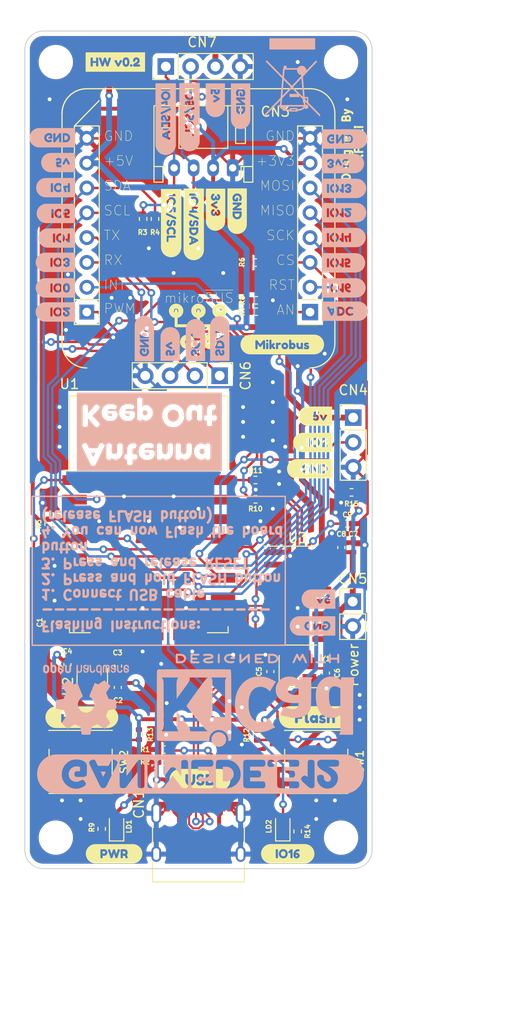
<source format=kicad_pcb>
(kicad_pcb (version 20211014) (generator pcbnew)
  (layers (0 "F.Cu" signal) (31 "B.Cu" signal) (34 "B.Paste" user) (35 "F.Paste" user) (36 "B.SilkS" user "B.Silkscreen") (37 "F.SilkS" user "F.Silkscreen") (38 "B.Mask" user) (39 "F.Mask" user) (44 "Edge.Cuts" user))
  (net 0 "")
  (net 1 "/3V3")
  (net 2 "GND")
  (net 3 "/5V")
  (net 4 "Net-(C3-Pad1)")
  (net 5 "/XO")
  (net 6 "/XI")
  (net 7 "Net-(C9-Pad1)")
  (net 8 "Net-(CN1-PadA5)")
  (net 9 "/D_P")
  (net 10 "/D_N")
  (net 12 "Net-(CN1-PadB5)")
  (net 14 "/ADC")
  (net 15 "/GPIO15{slash}CS")
  (net 16 "/GPIO12{slash}MISO")
  (net 17 "/GPIO13{slash}MOSI")
  (net 18 "/GPIO1{slash}TX0")
  (net 19 "/GPIO3{slash}RX0")
  (net 20 "Net-(LD1-Pad1)")
  (net 21 "Net-(LD2-Pad1)")
  (net 22 "/GPIO16")
  (net 23 "/EN")
  (net 24 "/ADC_IN")
  (net 25 "Net-(R10-Pad1)")
  (net 26 "Net-(R11-Pad1)")
  (net 27 "/GPIO0{slash}FLASH")
  (net 28 "/RST")
  (net 29 "/GPIO14{slash}SCK")
  (net 41 "/GPIO4{slash}SDA")
  (net 42 "/GPIO5{slash}SCL")
  (net 43 "/GPIO2")
  (footprint "Capacitor_SMD:C_0402_1005Metric" (layer "F.Cu") (at 160.6296 99.2124 90)
    (fp_text reference "C7")
    (fp_text value "10uF" hide)
  )
  (footprint "Connector_PinHeader_2.54mm:PinHeader_1x02_P2.54mm_Vertical" (layer "F.Cu") (at 160.5788 104.7496)
    (fp_text reference "CN5")
    (fp_text value "Power")
  )
  (footprint "Resistor_SMD:R_0402_1005Metric" (layer "F.Cu") (at 139.1158 65.5848 90)
    (fp_text reference "R3")
    (fp_text value "10k" hide)
  )
  (footprint "Capacitor_SMD:C_0402_1005Metric" (layer "F.Cu") (at 129.4384 106.8324 -90)
    (fp_text reference "C1")
    (fp_text value "100nF" hide)
  )
  (footprint "Resistor_SMD:R_0402_1005Metric" (layer "F.Cu") (at 150.6728 73.914)
    (fp_text reference "R8")
    (fp_text value "100k" hide)
  )
  (footprint "kibuzzard-62924A8F" (layer "F.Cu") (at 136.144 130.556)
    (fp_text reference "kibuzzard-62924A8F" hide)
    (fp_text value "G***" hide)
  )
  (footprint "Capacitor_SMD:C_0402_1005Metric" (layer "F.Cu") (at 136.525 113.538 -90)
    (fp_text reference "C2")
    (fp_text value "1uF" hide)
  )
  (footprint "Package_TO_SOT_SMD:SOT-23-5" (layer "F.Cu") (at 133.9088 112.3696 90)
    (fp_text reference "U2")
    (fp_text value "SPX3819M5-L-3-3")
  )
  (footprint "MountingHole:MountingHole_2.5mm" (layer "F.Cu") (at 159.385 128.905)
    (fp_text reference "REF**" hide)
    (fp_text value "MountingHole_2.5mm" hide)
  )
  (footprint "Resistor_SMD:R_0402_1005Metric" (layer "F.Cu") (at 150.5712 70.0532 180)
    (fp_text reference "R6")
    (fp_text value "10k" hide)
  )
  (footprint "Package_SO:SOIC-16_3.9x9.9mm_P1.27mm" (layer "F.Cu") (at 154.94 104.14)
    (fp_text reference "U3")
    (fp_text value "CH340G" hide)
  )
  (footprint "kibuzzard-629258C9" (layer "F.Cu") (at 141.986 66.0146 -90)
    (fp_text reference "kibuzzard-629258C9" hide)
    (fp_text value "G***" hide)
  )
  (footprint "kibuzzard-6275539F" (layer "F.Cu") (at 132.842 116.586)
    (fp_text reference "kibuzzard-6275539F" hide)
    (fp_text value "G***" hide)
  )
  (footprint "Connector_USB:USB_C_Receptacle_HRO_TYPE-C-31-M-12" (layer "F.Cu") (at 144.78 129.54)
    (fp_text reference "CN1")
    (fp_text value "USB_C" hide)
  )
  (footprint "kibuzzard-6292591F" (layer "F.Cu") (at 148.7424 64.7954 -90)
    (fp_text reference "kibuzzard-6292591F" hide)
    (fp_text value "G***" hide)
  )
  (footprint "MountingHole:MountingHole_2.5mm" (layer "F.Cu") (at 159.385 49.53)
    (fp_text reference "REF**" hide)
    (fp_text value "MountingHole_2.5mm" hide)
  )
  (footprint "Resistor_SMD:R_0402_1005Metric" (layer "F.Cu") (at 150.7744 118.4148 -90)
    (fp_text reference "R12")
    (fp_text value "10k" hide)
  )
  (footprint "Resistor_SMD:R_0402_1005Metric" (layer "F.Cu") (at 154.94 128.27 90)
    (fp_text reference "R14")
    (fp_text value "1k" hide)
  )
  (footprint "Resistor_SMD:R_0402_1005Metric" (layer "F.Cu") (at 141.224 121.158 180)
    (fp_text reference "R2")
    (fp_text value "5k1" hide)
  )
  (footprint "Resistor_SMD:R_0402_1005Metric" (layer "F.Cu") (at 140.335 65.5848 90)
    (fp_text reference "R4")
    (fp_text value "10k" hide)
  )
  (footprint "Connector_JST:JST_PH_S4B-PH-K_1x04_P2.00mm_Horizontal" (layer "F.Cu") (at 148.288 60.362 180)
    (fp_text reference "CN3")
    (fp_text value "Grove" hide)
  )
  (footprint "Mikrobus:MIKROBUS_HOST_CONN" (layer "F.Cu") (at 156.21 75.1205 180)
    (fp_text reference "CN2" hide)
    (fp_text value "MIKROBUS_HOST_CONN" hide)
  )
  (footprint "MountingHole:MountingHole_2.5mm" (layer "F.Cu") (at 130.175 49.53)
    (fp_text reference "REF**" hide)
    (fp_text value "MountingHole_2.5mm" hide)
  )
  (footprint "Crystal:Crystal_SMD_3225-4Pin_3.2x2.5mm" (layer "F.Cu") (at 155.0416 111.9124)
    (fp_text reference "Y1")
    (fp_text value "Crystal" hide)
  )
  (footprint "Capacitor_SMD:C_0402_1005Metric" (layer "F.Cu") (at 159.4104 99.2124 90)
    (fp_text reference "C8")
    (fp_text value "100nF" hide)
  )
  (footprint "kibuzzard-62924A99" (layer "F.Cu") (at 153.924 130.556)
    (fp_text reference "kibuzzard-62924A99" hide)
    (fp_text value "G***" hide)
  )
  (footprint "Connector_PinHeader_2.54mm:PinHeader_1x04_P2.54mm_Vertical" (layer "F.Cu") (at 141.4372 49.9872 90)
    (fp_text reference "CN7")
    (fp_text value "Sens")
  )
  (footprint "kibuzzard-62925408" (layer "F.Cu") (at 156.7434 85.7758)
    (fp_text reference "kibuzzard-62925408" hide)
    (fp_text value "G***" hide)
  )
  (footprint "Capacitor_SMD:C_0402_1005Metric" (layer "F.Cu") (at 152.146 111.9124 90)
    (fp_text reference "C5")
    (fp_text value "12pF" hide)
  )
  (footprint "Capacitor_SMD:C_0402_1005Metric" (layer "F.Cu") (at 157.8356 112.0648 -90)
    (fp_text reference "C6")
    (fp_text value "12pF" hide)
  )
  (footprint "kibuzzard-629249FD" (layer "F.Cu") (at 136.271 49.53)
    (fp_text reference "kibuzzard-629249FD" hide)
    (fp_text value "G***" hide)
  )
  (footprint "Resistor_SMD:R_0402_1005Metric" (layer "F.Cu") (at 150.622 92.3036 180)
    (fp_text reference "R11")
    (fp_text value "470" hide)
  )
  (footprint "Button_Switch_SMD:SW_Push_1P1T_NO_6x6mm_H9.5mm" (layer "F.Cu") (at 156.845 121.158 180)
    (fp_text reference "SW1")
    (fp_text value "Flash")
  )
  (footprint "Resistor_SMD:R_0402_1005Metric" (layer "F.Cu") (at 138.684 118.364 -90)
    (fp_text reference "R13")
    (fp_text value "10k" hide)
  )
  (footprint "LED_SMD:LED_0603_1608Metric" (layer "F.Cu") (at 153.416 127.762 90)
    (fp_text reference "LD2")
    (fp_text value "User" hide)
  )
  (footprint "kibuzzard-62755551" (layer "F.Cu") (at 144.9324 122.9868)
    (fp_text reference "kibuzzard-62755551" hide)
    (fp_text value "G***" hide)
  )
  (footprint "Resistor_SMD:R_0402_1005Metric" (layer "F.Cu") (at 129.4384 96.8248 90)
    (fp_text reference "R5")
    (fp_text value "10k" hide)
  )
  (footprint "kibuzzard-627569F9" (layer "F.Cu") (at 153.3652 78.4352)
    (fp_text reference "kibuzzard-627569F9" hide)
    (fp_text value "G***" hide)
  )
  (footprint "Resistor_SMD:R_0402_1005Metric" (layer "F.Cu") (at 134.874 128.016 90)
    (fp_text reference "R9")
    (fp_text value "1k" hide)
  )
  (footprint "Button_Switch_SMD:SW_Push_1P1T_NO_6x6mm_H9.5mm" (layer "F.Cu") (at 132.715 121.158 180)
    (fp_text reference "SW2")
    (fp_text value "Reset")
  )
  (footprint "kibuzzard-62925915" (layer "F.Cu") (at 146.5326 64.643 -90)
    (fp_text reference "kibuzzard-62925915" hide)
    (fp_text value "G***" hide)
  )
  (footprint "RF_Module:ESP-12E" (layer "F.Cu") (at 139.7 95.816)
    (fp_text reference "U1")
    (fp_text value "ESP-12F")
  )
  (footprint "Capacitor_SMD:C_0402_1005Metric" (layer "F.Cu") (at 131.3688 111.2012 -90)
    (fp_text reference "C4")
    (fp_text value "10uF" hide)
  )
  (footprint "Capacitor_SMD:C_0402_1005Metric" (layer "F.Cu") (at 136.5504 111.3536 -90)
    (fp_text reference "C3")
    (fp_text value "470pF" hide)
  )
  (footprint "Resistor_SMD:R_0402_1005Metric" (layer "F.Cu") (at 150.6728 75.0824 180)
    (fp_text reference "R7")
    (fp_text value "220k" hide)
  )
  (footprint "MountingHole:MountingHole_2.5mm" (layer "F.Cu") (at 130.175 128.905)
    (fp_text reference "REF**" hide)
    (fp_text value "MountingHole_2.5mm" hide)
  )
  (footprint "kibuzzard-6292541E" (layer "F.Cu") (at 156.1846 91.1606)
    (fp_text reference "kibuzzard-6292541E" hide)
    (fp_text value "G***" hide)
  )
  (footprint "kibuzzard-629258DB" (layer "F.Cu") (at 144.2974 66.1416 -90)
    (fp_text reference "kibuzzard-629258DB" hide)
    (fp_text value "G***" hide)
  )
  (footprint "LED_SMD:LED_0603_1608Metric" (layer "F.Cu") (at 136.398 127.762 90)
    (fp_text reference "LD1")
    (fp_text value "Pwr" hide)
  )
  (footprint "Connector_PinHeader_2.54mm:PinHeader_1x03_P2.54mm_Vertical" (layer "F.Cu") (at 160.6296 85.9178)
    (fp_text reference "CN4")
    (fp_text value "Neopixel" hide)
  )
  (footprint "Resistor_SMD:R_0402_1005Metric" (layer "F.Cu") (at 160.4518 93.5736 180)
    (fp_text reference "R15")
    (fp_text value "10k" hide)
  )
  (footprint "Connector_PinHeader_2.54mm:PinHeader_1x04_P2.54mm_Vertical" (layer "F.Cu") (at 146.9544 81.6356 -90)
    (fp_text reference "CN6")
    (fp_text value "OLED")
  )
  (footprint "kibuzzard-62755375" (layer "F.Cu") (at 156.718 116.586)
    (fp_text reference "kibuzzard-62755375" hide)
    (fp_text value "G***" hide)
  )
  (footprint "Resistor_SMD:R_0402_1005Metric" (layer "F.Cu") (at 141.224 119.888 180)
    (fp_text reference "R1")
    (fp_text value "5k1" hide)
  )
  (footprint "Resistor_SMD:R_0402_1005Metric" (layer "F.Cu") (at 150.622 94.2848 180)
    (fp_text reference "R10")
    (fp_text value "470" hide)
  )
  (footprint "kibuzzard-62925415" (layer "F.Cu") (at 156.4894 88.4682)
    (fp_text reference "kibuzzard-62925415" hide)
    (fp_text value "G***" hide)
  )
  (footprint "Capacitor_SMD:C_0402_1005Metric" (layer "F.Cu") (at 159.9692 96.774)
    (fp_text reference "C9")
    (fp_text value "100nF" hide)
  )
  (footprint "kibuzzard-629255AA" (layer "B.Cu") (at 130.1496 62.3824)
    (fp_text reference "kibuzzard-629255AA" hide)
    (fp_text value "G***" hide)
  )
  (footprint "kibuzzard-62925672" (layer "B.Cu") (at 159.639 70.0786)
    (fp_text reference "kibuzzard-62925672" hide)
    (fp_text value "G***" hide)
  )
  (footprint "kibuzzard-629263EA" (layer "B.Cu") (at 139.2428 77.8256 90)
    (fp_text reference "kibuzzard-629263EA" hide)
    (fp_text value "G***" hide)
  )
  (footprint "Symbol:WEEE-Logo_5.6x8mm_SilkScreen" (layer "B.Cu") (at 154.4066 51.1048)
    (fp_text reference "REF**" hide)
    (fp_text value "WEEE-Logo_5.6x8mm_SilkScreen" hide)
  )
  (footprint "Symbol:KiCad-Logo2_8mm_SilkScreen" (layer "B.Cu") (at 150.6474 115.6716)
    (fp_text reference "REF**" hide)
    (fp_text value "KiCad-Logo2_8mm_SilkScreen" hide)
  )
  (footprint "kibuzzard-62925693" (layer "B.Cu") (at 159.6898 62.4586)
    (fp_text reference "kibuzzard-62925693" hide)
    (fp_text value "G***" hide)
  )
  (footprint "kibuzzard-62769624" (layer "B.Cu") (at 139.7508 87.376)
    (fp_text reference "kibuzzard-62769624" hide)
    (fp_text value "G***" hide)
  )
  (footprint "kibuzzard-62925DA5" (layer "B.Cu") (at 156.464 107.2388 180)
    (fp_text reference "kibuzzard-62925DA5" hide)
    (fp_text value "G***" hide)
  )
  (footprint "kibuzzard-629255BF" (layer "B.Cu") (at 130.2512 67.5386)
    (fp_text reference "kibuzzard-629255BF" hide)
    (fp_text value "G***" hide)
  )
  (footprint "kibuzzard-62926416" (layer "B.Cu") (at 146.9644 77.8256 90)
    (fp_text reference "kibuzzard-62926416" hide)
    (fp_text value "G***" hide)
  )
  (footprint "kibuzzard-6292569E" (layer "B.Cu") (at 159.5882 59.9186)
    (fp_text reference "kibuzzard-6292569E" hide)
    (fp_text value "G***" hide)
  )
  (footprint "kibuzzard-62925659" (layer "B.Cu") (at 159.7914 75.0316)
    (fp_text reference "kibuzzard-62925659" hide)
    (fp_text value "G***" hide)
  )
  (footprint "kibuzzard-629256A8" (layer "B.Cu") (at 159.766 57.404)
    (fp_text reference "kibuzzard-629256A8" hide)
    (fp_text value "G***" hide)
  )
  (footprint "kibuzzard-629255EA" (layer "B.Cu") (at 130.1242 72.644)
    (fp_text reference "kibuzzard-629255EA" hide)
    (fp_text value "G***" hide)
  )
  (footprint "kibuzzard-62925667" (layer "B.Cu") (at 159.6644 72.644)
    (fp_text reference "kibuzzard-62925667" hide)
    (fp_text value "G***" hide)
  )
  (footprint "Symbol:OSHW-Logo2_9.8x8mm_SilkScreen" (layer "B.Cu") (at 133.2738 114.6556)
    (fp_text reference "REF**" hide)
    (fp_text value "OSHW-Logo2_9.8x8mm_SilkScreen" hide)
  )
  (footprint "kibuzzard-629255B3" (layer "B.Cu") (at 130.175 65.024)
    (fp_text reference "kibuzzard-629255B3" hide)
    (fp_text value "G***" hide)
  )
  (footprint "kibuzzard-6292551A" (layer "B.Cu") (at 129.8194 57.277)
    (fp_text reference "kibuzzard-6292551A" hide)
    (fp_text value "G***" hide)
  )
  (footprint "kibuzzard-629258C9" (layer "B.Cu") (at 143.8656 55.1688 -90)
    (fp_text reference "kibuzzard-629258C9" hide)
    (fp_text value "G***" hide)
  )
  (footprint "kibuzzard-62925591" (layer "B.Cu") (at 130.4036 59.817)
    (fp_text reference "kibuzzard-62925591" hide)
    (fp_text value "G***" hide)
  )
  (footprint "kibuzzard-6292567C" (layer "B.Cu") (at 159.6644 67.4878)
    (fp_text reference "kibuzzard-6292567C" hide)
    (fp_text value "G***" hide)
  )
  (footprint "kibuzzard-629255F7" (layer "B.Cu") (at 130.1242 75.1078)
    (fp_text reference "kibuzzard-629255F7" hide)
    (fp_text value "G***" hide)
  )
  (footprint "kibuzzard-62925732" (layer "B.Cu") (at 144.9832 122.4026)
    (fp_text reference "kibuzzard-62925732" hide)
    (fp_text value "G***" hide)
  )
  (footprint "kibuzzard-629255D4" (layer "B.Cu") (at 130.1242 70.0278)
    (fp_text reference "kibuzzard-629255D4" hide)
    (fp_text value "G***" hide)
  )
  (footprint "kibuzzard-62925687" (layer "B.Cu") (at 159.6898 64.9478)
    (fp_text reference "kibuzzard-62925687" hide)
    (fp_text value "G***" hide)
  )
  (footprint "kibuzzard-62926402" (layer "B.Cu") (at 144.4752 77.978 90)
    (fp_text reference "kibuzzard-62926402" hide)
    (fp_text value "G***" hide)
  )
  (footprint "kibuzzard-629263D2" (layer "B.Cu") (at 146.5072 53.4416 -90)
    (fp_text reference "kibuzzard-629263D2" hide)
    (fp_text value "G***" hide)
  )
  (footprint "kibuzzard-629258DB" (layer "B.Cu") (at 141.4272 55.372 -90)
    (fp_text reference "kibuzzard-629258DB" hide)
    (fp_text value "G***" hide)
  )
  (footprint "kibuzzard-6292591F" (layer "B.Cu") (at 149.098 54.0512 -90)
    (fp_text reference "kibuzzard-6292591F" hide)
    (fp_text value "G***" hide)
  )
  (footprint "kibuzzard-629263D2" (layer "B.Cu") (at 141.8844 78.3844 90)
    (fp_text reference "kibuzzard-629263D2" hide)
    (fp_text value "G***" hide)
  )
  (footprint "kibuzzard-62925DB7" (layer "B.Cu") (at 157.0736 104.4956 180)
    (fp_text reference "kibuzzard-62925DB7" hide)
    (fp_text value "G***" hide)
  )
  (gr_line (start 127.762 93.98) (end 127.762 109.22) (layer "B.SilkS") (width 0.15))
  (gr_line (start 153.67 93.98) (end 127.762 93.98) (layer "B.SilkS") (width 0.15))
  (gr_line (start 127.762 109.22) (end 153.67 109.22) (layer "B.SilkS") (width 0.15))
  (gr_line (start 153.67 109.22) (end 153.67 93.98) (layer "B.SilkS") (width 0.15))
  (gr_arc (start 162.56 130.175) (mid 162.002038 131.522038) (end 160.655 132.08) (layer "Edge.Cuts") (width 0.1))
  (gr_arc (start 128.905 132.08) (mid 127.557962 131.522038) (end 127 130.175) (layer "Edge.Cuts") (width 0.1))
  (gr_line (start 160.655 132.08) (end 128.905 132.08) (layer "Edge.Cuts") (width 0.1))
  (gr_line (start 128.905 46.355) (end 160.655 46.355) (layer "Edge.Cuts") (width 0.1))
  (gr_line (start 162.56 48.26) (end 162.56 130.175) (layer "Edge.Cuts") (width 0.1))
  (gr_line (start 127 48.26) (end 127 130.175) (layer "Edge.Cuts") (width 0.1))
  (gr_arc (start 127 48.26) (mid 127.557962 46.912962) (end 128.905 46.355) (layer "Edge.Cuts") (width 0.1))
  (gr_arc (start 160.655 46.355) (mid 162.002038 46.912962) (end 162.56 48.26) (layer "Edge.Cuts") (width 0.1))
  (gr_text "Flashing Instructions:\n-------------------\n1. Connect USB cable\n2. Press and hold FLASH button\n3. Press and release RESET \nbutton\n4. You can now Flash the board \n(release FLASH button)" (at 128.524 101.6 180) (layer "B.SilkS") (effects (font (size 1 1) (thickness 0.25)) (justify left mirror)))
  (gr_text "Designed By\nF.Ficili" (at 160.5788 57.9882 90) (layer "F.SilkS") (effects (font (size 0.8 0.8) (thickness 0.2))))
  (segment (start 131.3688 107.5436) (end 132.1 106.8124) (width 0.4) (layer "F.Cu") (net 1))
  (segment (start 131.3688 110.7212) (end 132.4479 110.7212) (width 0.4) (layer "F.Cu") (net 1))
  (segment (start 143.0528 116.7892) (end 138.8364 116.7892) (width 0.4) (layer "F.Cu") (net 1))
  (segment (start 160.9618 93.5736) (end 160.9618 95.2012) (width 0.4) (layer "F.Cu") (net 1))
  (segment (start 136.398 126.3396) (end 137.16 125.5776) (width 0.4) (layer "F.Cu") (net 1))
  (segment (start 138.8364 116.7892) (end 138.684 116.6368) (width 0.4) (layer "F.Cu") (net 1))
  (segment (start 154.9781 59.8805) (end 153.5176 58.42) (width 0.4) (layer "F.Cu") (net 1))
  (segment (start 129.382475 97.3348) (end 127.8128 95.765125) (width 0.4) (layer "F.Cu") (net 1))
  (segment (start 127.8128 95.765125) (end 127.8128 59.0804) (width 0.4) (layer "F.Cu") (net 1))
  (segment (start 128.7272 98.046) (end 128.7272 105.6412) (width 0.4) (layer "F.Cu") (net 1))
  (segment (start 140.335 66.0948) (end 142.7948 66.0948) (width 0.4) (layer "F.Cu") (net 1))
  (segment (start 132.588 54.3052) (end 142.9004 54.3052) (width 0.4) (layer "F.Cu") (net 1))
  (segment (start 142.7948 66.0948) (end 146.288 62.6016) (width 0.4) (layer "F.Cu") (net 1))
  (segment (start 136.398 126.9745) (end 136.398 126.3396) (width 0.4) (layer "F.Cu") (net 1))
  (segment (start 142.9004 54.3052) (end 144.7292 56.134) (width 0.4) (layer "F.Cu") (net 1))
  (segment (start 140.335 66.0948) (end 139.1158 66.0948) (width 0.4) (layer "F.Cu") (net 1))
  (segment (start 132.4479 110.7212) (end 132.9588 111.2321) (width 0.4) (layer "F.Cu") (net 1))
  (segment (start 128.7272 105.6412) (end 129.4384 106.3524) (width 0.4) (layer "F.Cu") (net 1))
  (segment (start 131.3688 110.7212) (end 130.838 110.7212) (width 0.4) (layer "F.Cu") (net 1))
  (segment (start 138.684 116.6368) (end 138.684 117.854) (width 0.4) (layer "F.Cu") (net 1))
  (segment (start 129.4384 97.3348) (end 128.7272 98.046) (width 0.4) (layer "F.Cu") (net 1))
  (segment (start 127.8128 59.0804) (end 132.588 54.3052) (width 0.4) (layer "F.Cu") (net 1))
  (segment (start 130.838 110.7212) (end 130.302 110.1852) (width 0.4) (layer "F.Cu") (net 1))
  (segment (start 151.5872 116.8654) (end 151.5872 117.092) (width 0.4) (layer "F.Cu") (net 1))
  (segment (start 129.4384 106.3524) (end 132.0636 106.3524) (width 0.4) (layer "F.Cu") (net 1))
  (segment (start 146.288 62.6016) (end 146.288 60.362) (width 0.4) (layer "F.Cu") (net 1))
  (segment (start 149.7096 116.84) (end 146.1516 116.84) (width 0.4) (layer "F.Cu") (net 1))
  (segment (start 151.5872 117.092) (end 150.7744 117.9048) (width 0.4) (layer "F.Cu") (net 1))
  (segment (start 131.3688 110.7212) (end 131.3688 107.5436) (width 0.4) (layer "F.Cu") (net 1))
  (segment (start 160.9618 95.2012) (end 161.2138 95.4532) (width 0.4) (layer "F.Cu") (net 1))
  (segment (start 156.21 59.8805) (end 154.9781 59.8805) (width 0.4) (layer "F.Cu") (net 1))
  (segment (start 132.1 106.8124) (end 132.1 106.316) (width 0.4) (layer "F.Cu") (net 1))
  (segment (start 132.0636 106.3524) (end 132.1 106.316) (width 0.4) (layer "F.Cu") (net 1))
  (segment (start 150.7744 117.9048) (end 149.7096 116.84) (width 0.4) (layer "F.Cu") (net 1))
  (segment (start 129.4384 97.3348) (end 129.382475 97.3348) (width 0.4) (layer "F.Cu") (net 1))
  (via (at 153.5176 58.42) (size 0.8) (drill 0.4) (layers "F.Cu" "B.Cu") (net 1))
  (via (at 138.684 116.6368) (size 0.8) (drill 0.4) (layers "F.Cu" "B.Cu") (net 1))
  (via (at 137.16 125.5776) (size 0.8) (drill 0.4) (layers "F.Cu" "B.Cu") (net 1))
  (via (at 144.7292 56.134) (size 0.8) (drill 0.4) (layers "F.Cu" "B.Cu") (net 1))
  (via (at 146.1516 116.84) (size 0.8) (drill 0.4) (layers "F.Cu" "B.Cu") (net 1))
  (via (at 151.5872 116.8654) (size 0.8) (drill 0.4) (layers "F.Cu" "B.Cu") (net 1))
  (via (at 130.302 110.1852) (size 0.8) (drill 0.4) (layers "F.Cu" "B.Cu") (net 1))
  (via (at 161.2138 95.4532) (size 0.8) (drill 0.4) (layers "F.Cu" "B.Cu") (net 1))
  (via (at 143.0528 116.7892) (size 0.8) (drill 0.4) (layers "F.Cu" "B.Cu") (net 1))
  (segment (start 160.641711 101.600969) (end 156.845 105.39768) (width 0.4) (layer "B.Cu") (net 1))
  (segment (start 153.5176 58.42) (end 153.416 58.3184) (width 0.4) (layer "B.Cu") (net 1))
  (segment (start 160.641711 96.025289) (end 160.641711 101.600969) (width 0.4) (layer "B.Cu") (net 1))
  (segment (start 156.845 111.6076) (end 151.5872 116.8654) (width 0.4) (layer "B.Cu") (net 1))
  (segment (start 147.6248 58.3184) (end 146.288 59.6552) (width 0.4) (layer "B.Cu") (net 1))
  (segment (start 146.1516 116.84) (end 143.1036 116.84) (width 0.4) (layer "B.Cu") (net 1))
  (segment (start 129.9972 110.49) (end 129.9972 113.1824) (width 0.4) (layer "B.Cu") (net 1))
  (segment (start 137.16 125.5776) (end 138.684 124.0536) (width 0.4) (layer "B.Cu") (net 1))
  (segment (start 146.288 59.6552) (end 146.288 60.362) (width 0.4) (layer "B.Cu") (net 1))
  (segment (start 156.845 105.39768) (end 156.845 111.6076) (width 0.4) (layer "B.Cu") (net 1))
  (segment (start 143.1036 116.84) (end 143.0528 116.7892) (width 0.4) (layer "B.Cu") (net 1))
  (segment (start 129.9972 114.554) (end 130.302 114.8588) (width 0.4) (layer "B.Cu") (net 1))
  (segment (start 146.288 57.6928) (end 146.288 60.362) (width 0.4) (layer "B.Cu") (net 1))
  (segment (start 129.9972 113.1824) (end 129.9972 114.554) (width 0.4) (layer "B.Cu") (net 1))
  (segment (start 137.6172 115.57) (end 138.684 116.6368) (width 0.4) (layer "B.Cu") (net 1))
  (segment (start 153.416 58.3184) (end 147.6248 58.3184) (width 0.4) (layer "B.Cu") (net 1))
  (segment (start 161.2138 95.4532) (end 160.641711 96.025289) (width 0.4) (layer "B.Cu") (net 1))
  (segment (start 134.3152 115.57) (end 137.6172 115.57) (width 0.4) (layer "B.Cu") (net 1))
  (segment (start 130.302 114.8588) (end 131.0132 115.57) (width 0.4) (layer "B.Cu") (net 1))
  (segment (start 138.684 124.0536) (end 138.684 116.6368) (width 0.4) (layer "B.Cu") (net 1))
  (segment (start 131.0132 115.57) (end 134.3152 115.57) (width 0.4) (layer "B.Cu") (net 1))
  (segment (start 130.302 110.1852) (end 129.9972 110.49) (width 0.4) (layer "B.Cu") (net 1))
  (segment (start 144.7292 56.134) (end 146.288 57.6928) (width 0.4) (layer "B.Cu") (net 1))
  (segment (start 139.0168 114.018) (end 139.7508 113.284) (width 0.25) (layer "F.Cu") (net 2))
  (segment (start 139.7508 112.6744) (end 138.91 111.8336) (width 0.25) (layer "F.Cu") (net 2))
  (segment (start 148.288 60.362) (end 151.3095 57.3405) (width 0.25) (layer "F.Cu") (net 2))
  (segment (start 147.3 109.6464) (end 144.0688 112.8776) (width 0.25) (layer "F.Cu") (net 2))
  (segment (start 151.2824 113.03) (end 152.4 114.1476) (width 0.25) (layer "F.Cu") (net 2))
  (segment (start 147.8388 110.1852) (end 147.3 109.6464) (width 0.25) (layer "F.Cu") (net 2))
  (segment (start 154.7564 114.1476) (end 156.1416 112.7624) (width 0.25) (layer "F.Cu") (net 2))
  (segment (start 131.970599 77.702899) (end 131.2164 76.9487) (width 0.25) (layer "F.Cu") (net 2))
  (segment (start 140.714 121.158) (end 138.464 123.408) (width 0.25) (layer "F.Cu") (net 2))
  (segment (start 140.46 126.41) (end 140.46 130.59) (width 0.25) (layer "F.Cu") (net 2))
  (segment (start 134.874 127.506) (end 134.874 125.224) (width 0.25) (layer "F.Cu") (net 2))
  (segment (start 160.0708 81.7372) (end 161.5186 81.7372) (width 0.25) (layer "F.Cu") (net 2))
  (segment (start 151.1828 73.914) (end 152.4 73.914) (width 0.25) (layer "F.Cu") (net 2))
  (segment (start 160.6296 98.7324) (end 159.4104 98.7324) (width 0.25) (layer "F.Cu") (net 2))
  (segment (start 153.797 99.695) (end 154.178 100.076) (width 0.25) (layer "F.Cu") (net 2))
  (segment (start 130.528 111.6812) (end 129.4384 110.5916) (width 0.25) (layer "F.Cu") (net 2))
  (segment (start 130.7592 59.9313) (end 133.35 57.3405) (width 0.25) (layer "F.Cu") (net 2))
  (segment (start 154.94 127.76) (end 154.94 125.478) (width 0.25) (layer "F.Cu") (net 2))
  (segment (start 161.798 98.9584) (end 160.8556 98.9584) (width 0.25) (layer "F.Cu") (net 2))
  (segment (start 139.7508 113.284) (end 139.7508 112.8776) (width 0.25) (layer "F.Cu") (net 2))
  (segment (start 130.7592 70.612) (end 130.7592 59.9313) (width 0.25) (layer "F.Cu") (net 2))
  (segment (start 156.3592 112.5448) (end 156.1416 112.7624) (width 0.25) (layer "F.Cu") (net 2))
  (segment (start 152.146 111.4324) (end 153.5716 111.4324) (width 0.25) (layer "F.Cu") (net 2))
  (segment (start 128.74 123.408) (end 136.69 123.408) (width 0.25) (layer "F.Cu") (net 2))
  (segment (start 139.7508 112.8776) (end 139.7508 112.6744) (width 0.25) (layer "F.Cu") (net 2))
  (segment (start 152.4 114.1476) (end 154.7564 114.1476) (width 0.25) (layer "F.Cu") (net 2))
  (segment (start 149.0572 52.5372) (end 151.3095 54.7895) (width 0.25) (layer "F.Cu") (net 2))
  (segment (start 152.146 110.6932) (end 152.146 111.4324) (width 0.25) (layer "F.Cu") (net 2))
  (segment (start 151.5872 72.2884) (end 152.4 73.1012) (width 0.25) (layer "F.Cu") (net 2))
  (segment (start 152.87 123.408) (end 160.82 123.408) (width 0.25) (layer "F.Cu") (net 2))
  (segment (start 157.8356 112.5448) (end 156.3592 112.5448) (width 0.25) (layer "F.Cu") (net 2))
  (segment (start 162.0012 89.6262) (end 160.6296 90.9978) (width 0.25) (layer "F.Cu") (net 2))
  (segment (start 162.0012 82.2198) (end 162.0012 89.6262) (width 0.25) (layer "F.Cu") (net 2))
  (segment (start 151.6354 111.4324) (end 151.2824 111.7854) (width 0.25) (layer "F.Cu") (net 2))
  (segment (start 148.288 60.362) (end 148.288 68.28) (width 0.25) (layer "F.Cu") (net 2))
  (segment (start 131.4196 71.2724) (end 130.7592 70.612) (width 0.25) (layer "F.Cu") (net 2))
  (segment (start 140.714 119.888) (end 140.714 119.128) (width 0.25) (layer "F.Cu") (net 2))
  (segment (start 160.5534 98.6562) (end 160.6296 98.7324) (width 0.25) (layer "F.Cu") (net 2))
  (segment (start 151.3095 57.3405) (end 156.21 57.3405) (width 0.25) (layer "F.Cu") (net 2))
  (segment (start 139.692 126.41) (end 140.46 126.41) (width 0.25) (layer "F.Cu") (net 2))
  (segment (start 154.94 125.478) (end 152.87 123.408) (width 0.25) (layer "F.Cu") (net 2))
  (segment (start 131.3688 111.6812) (end 132.0064 112.3188) (width 0.25) (layer "F.Cu") (net 2))
  (segment (start 147.3 106.316) (end 147.3 109.6464) (width 0.25) (layer "F.Cu") (net 2))
  (segment (start 134.874 125.224) (end 136.69 123.408) (width 0.25) (layer "F.Cu") (net 2))
  (segment (start 140.4086 114.018) (end 139.0168 114.018) (width 0.25) (layer "F.Cu") (net 2))
  (segment (start 140.714 119.128) (end 141.478 118.364) (width 0.25) (layer "F.Cu") (net 2))
  (segment (start 151.638 110.1852) (end 152.146 110.6932) (width 0.25) (layer "F.Cu") (net 2))
  (segment (start 149.1 126.41) (end 149.1 130.59) (width 0.25) (layer "F.Cu") (net 2))
  (segment (start 148.288 68.28) (end 150.0612 70.0532) (width 0.25) (layer "F.Cu") (net 2))
  (segment (start 152.87 123.408) (end 149.868 126.41) (width 0.25) (layer "F.Cu") (net 2))
  (segment (start 141.5288 115.1382) (end 140.4086 114.018) (width 0.25) (layer "F.Cu") (net 2))
  (segment (start 158.4452 97.7646) (end 158.4452 97.7672) (width 0.25) (layer "F.Cu") (net 2))
  (segment (start 140.46 130.59) (end 149.1 130.59) (width 0.25) (layer "F.Cu") (net 2))
  (segment (start 152.465 99.695) (end 153.797 99.695) (width 0.25) (layer "F.Cu") (net 2))
  (segment (start 149.1 126.41) (end 148.945 126.41) (width 0.25) (layer "F.Cu") (net 2))
  (segment (start 148.945 126.41) (end 148.03 125.495) (width 0.25) (layer "F.Cu") (net 2))
  (segment (start 161.5186 81.7372) (end 162.0012 82.2198) (width 0.25) (layer "F.Cu") (net 2))
  (segment (start 138.464 123.408) (end 136.69 123.408) (width 0.25) (layer "F.Cu") (net 2))
  (segment (start 134.26248 112.21912) (end 133.9088 112.5728) (width 0.25) (layer "F.Cu") (net 2))
  (segment (start 157.8356 113.5888) (end 157.8864 113.6396) (width 0.25) (layer "F.Cu") (net 2))
  (segment (start 151.2824 111.7854) (end 151.2824 113.03) (width 0.25) (layer "F.Cu") (net 2))
  (segment (start 141.53 125.495) (end 141.375 125.495) (width 0.25) (layer "F.Cu") (net 2))
  (segment (start 131.3688 111.6812) (end 130.528 111.6812) (width 0.25) (layer "F.Cu") (net 2))
  (segment (start 136.5504 111.8336) (end 136.16488 112.21912) (width 0.25) (layer "F.Cu") (net 2))
  (segment (start 136.16488 112.21912) (end 134.26248 112.21912) (width 0.25) (layer "F.Cu") (net 2))
  (segment (start 136.69 123.408) (end 139.692 126.41) (width 0.25) (layer "F.Cu") (net 2))
  (segment (start 150.0612 70.0532) (end 150.0612 71.4736) (width 0.25) (layer "F.Cu") (net 2))
  (segment (start 157.8356 112.5448) (end 157.8356 113.5888) (width 0.25) (layer "F.Cu") (net 2))
  (segment (start 129.4384 110.5916) (end 129.4384 107.3124) (width 0.25) (layer "F.Cu") (net 2))
  (segment (start 160.5534 96.8782) (end 160.5534 98.6562) (width 0.25) (layer "F.Cu") (net 2))
  (segment (start 136.063501 77.702899) (end 131.970599 77.702899) (width 0.25) (layer "F.Cu") (net 2))
  (segment (start 160.4492 96.774) (end 160.5534 96.8782) (width 0.25) (layer "F.Cu") (net 2))
  (segment (start 153.5716 111.4324) (end 153.9416 111.0624) (width 0.25) (layer "F.Cu") (net 2))
  (segment (start 150.0612 71.4736) (end 150.876 72.2884) (width 0.25) (layer "F.Cu") (net 2))
  (segment (start 148.288 60.362) (end 145.2665 57.3405) (width 0.25) (layer "F.Cu") (net 2))
  (segment (start 136.525 114.018) (end 139.0168 114.018) (width 0.25) (layer "F.Cu") (net 2))
  (segment (start 152.146 111.4324) (end 151.6354 111.4324) (width 0.25) (layer "F.Cu") (net 2))
  (segment (start 144.0688 112.8776) (end 139.7508 112.8776) (width 0.25) (layer "F.Cu") (net 2))
  (segment (start 157.7086 79.375) (end 160.0708 81.7372) (width 0.25) (layer "F.Cu") (net 2))
  (segment (start 152.4 73.1012) (end 152.4 73.914) (width 0.25) (layer "F.Cu") (net 2))
  (segment (start 149.0572 49.9872) (end 149.0572 52.5372) (width 0.25) (layer "F.Cu") (net 2))
  (segment (start 160.6296 90.9978) (end 162.1028 92.471) (width 0.25) (layer "F.Cu") (net 2))
  (segment (start 148.336 110.1852) (end 147.8388 110.1852) (width 0.25) (layer "F.Cu") (net 2))
  (segment (start 149.868 126.41) (end 149.1 126.41) (width 0.25) (layer "F.Cu") (net 2))
  (segment (start 158.4452 97.7672) (end 159.4104 98.7324) (width 0.25) (layer "F.Cu") (net 2))
  (segment (start 161.0614 96.774) (end 160.4492 96.774) (width 0.25) (layer "F.Cu") (net 2))
  (segment (start 150.876 72.2884) (end 151.5872 72.2884) (width 0.25) (layer "F.Cu") (net 2))
  (segment (start 140.714 119.888) (end 140.714 121.158) (width 0.25) (layer "F.Cu") (net 2))
  (segment (start 162.1028 95.7326) (end 161.0614 96.774) (width 0.25) (layer "F.Cu") (net 2))
  (segment (start 138.91 111.8336) (end 136.5504 111.8336) (width 0.25) (layer "F.Cu") (net 2))
  (segment (start 141.375 125.495) (end 140.46 126.41) (width 0.25) (layer "F.Cu") (net 2))
  (segment (start 160.8556 98.9584) (end 160.6296 98.7324) (width 0.25) (layer "F.Cu") (net 2))
  (segment (start 133.6548 112.3188) (end 133.9088 112.5728) (width 0.25) (layer "F.Cu") (net 2))
  (segment (start 132.0064 112.3188) (end 133.6548 112.3188) (width 0.25) (layer "F.Cu") (net 2))
  (segment (start 133.9088 112.5728) (end 133.9088 113.5071) (width 0.25) (layer "F.Cu") (net 2))
  (segment (start 162.1028 92.471) (end 162.1028 95.7326) (width 0.25) (layer "F.Cu") (net 2))
  (segment (start 151.3095 54.7895) (end 151.3095 57.3405) (width 0.25) (layer "F.Cu") (net 2))
  (segment (start 145.2665 57.3405) (end 133.35 57.3405) (width 0.25) (layer "F.Cu") (net 2))
  (via (at 132.715 125.095) (size 0.8) (drill 0.4) (layers "F.Cu" "B.Cu") (net 2))
  (via (at 152.4 88.265) (size 0.8) (drill 0.4) (layers "F.Cu" "B.Cu") (net 2))
  (via (at 149.86 97.155) (size 0.8) (drill 0.4) (layers "F.Cu" "B.Cu") (net 2))
  (via (at 161.798 98.9584) (size 0.8) (drill 0.4) (layers "F.Cu" "B.Cu") (net 2))
  (via (at 147.955 120.65) (size 0.8) (drill 0.4) (layers "F.Cu" "B.Cu") (net 2))
  (via (at 134.62 96.52) (size 0.8) (drill 0.4) (layers "F.Cu" "B.Cu") (net 2))
  (via (at 154.178 100.076) (size 0.8) (drill 0.4) (layers "F.Cu" "B.Cu") (net 2))
  (via (at 154.94 80.645) (size 0.8) (drill 0.4) (layers "F.Cu" "B.Cu") (net 2))
  (via (at 153.035 91.44) (size 0.8) (drill 0.4) (layers "F.Cu" "B.Cu") (net 2))
  (via (at 147.32 71.12) (size 0.8) (drill 0.4) (layers "F.Cu" "B.Cu") (net 2))
  (via (at 143.51 105.41) (size 0.8) (drill 0.4) (layers "F.Cu" "B.Cu") (net 2))
  (via (at 153.67 88.9) (size 0.8) (drill 0.4) (layers "F.Cu" "B.Cu") (net 2))
  (via (at 130.048 104.648) (size 0.8) (drill 0.4) (layers "F.Cu" "B.Cu") (net 2))
  (via (at 137.16 93.98) (size 0.8) (drill 0.4) (layers "F.Cu" "B.Cu") (net 2))
  (via (at 158.75 125.095) (size 0.8) (drill 0.4) (layers "F.Cu" "B.Cu") (net 2))
  (via (at 156.845 125.095) (size 0.8) (drill 0.4) (layers "F.Cu" "B.Cu") (net 2))
  (via (at 139.065 105.41) (size 0.8) (drill 0.4) (layers "F.Cu" "B.Cu") (net 2))
  (via (at 136.063501 77.702899) (size 0.8) (drill 0.4) (layers "F.Cu" "B.Cu") (net 2))
  (via (at 154.94 105.41) (size 0.8) (drill 0.4) (layers "F.Cu" "B.Cu") (net 2))
  (via (at 144.78 68.58) (size 0.8) (drill 0.4) (layers "F.Cu" "B.Cu") (net 2))
  (via (at 152.4 82.296) (size 0.8) (drill 0.4) (layers "F.Cu" "B.Cu") (net 2))
  (via (at 144.78 95.25) (size 0.8) (drill 0.4) (layers "F.Cu" "B.Cu") (net 2))
  (via (at 131.2164 76.9487) (size 0.8) (drill 0.4) (layers "F.Cu" "B.Cu") (net 2))
  (via (at 160.02 53.34) (size 0.8) (drill 0.4) (layers "F.Cu" "B.Cu") (net 2))
  (via (at 132.715 127) (size 0.8) (drill 0.4) (layers "F.Cu" "B.Cu") (net 2))
  (via (at 161.29 116.84) (size 0.8) (drill 0.4) (layers "F.Cu" "B.Cu") (net 2))
  (via (at 151.13 96.52) (size 0.8) (drill 0.4) (layers "F.Cu" "B.Cu") (net 2))
  (via (at 142.24 71.12) (size 0.8) (drill 0.4) (layers "F.Cu" "B.Cu") (net 2))
  (via (at 157.7086 79.375) (size 0.8) (drill 0.4) (layers "F.Cu" "B.Cu") (net 2))
  (via (at 149.225 119.38) (size 0.8) (drill 0.4) (layers "F.Cu" "B.Cu") (net 2))
  (via (at 154.94 83.185) (size 0.8) (drill 0.4) (layers "F.Cu" "B.Cu") (net 2))
  (via (at 159.385 94.615) (size 0.8) (drill 0.4) (layers "F.Cu" "B.Cu") (net 2))
  (via (at 139.065 109.855) (size 0.8) (drill 0.4) (layers "F.Cu" "B.Cu") (net 2))
  (via (at 158.8262 95.631) (size 0.8) (drill 0.4) (layers "F.Cu" "B.Cu") (net 2))
  (via (at 135.89 73.66) (size 0.8) (drill 0.4) (layers "F.Cu" "B.Cu") (net 2))
  (via (at 149.225 115.57) (size 0.8) (drill 0.4) (layers "F.Cu" "B.Cu") (net 2))
  (via (at 131.4196 71.2724) (size 0.8) (drill 0.4) (layers "F.Cu" "B.Cu") (net 2))
  (via (at 149.352 87.884) (size 0.8) (drill 0.4) (layers "F.Cu" "B.Cu") (net 2))
  (via (at 157.8864 113.6396) (size 0.8) (drill 0.4) (layers "F.Cu" "B.Cu") (net 2))
  (via (at 154.94 49.53) (size 0.8) (drill 0.4) (layers "F.Cu" "B.Cu") (net 2))
  (via (at 152.4 73.914) (size 0.8) (drill 0.4) (layers "F.Cu" "B.Cu") (net 2))
  (via (at 149.352 86.36) (size 0.8) (drill 0.4) (layers "F.Cu" "B.Cu") (net 2))
  (via (at 141.5288 115.1382) (size 0.8) (drill 0.4) (layers "F.Cu" "B.Cu") (net 2))
  (via (at 141.478 118.364) (size 0.8) (drill 0.4) (layers "F.Cu" "B.Cu") (net 2))
  (via (at 154.94 107.315) (size 0.8) (drill 0.4) (layers "F.Cu" "B.Cu") (net 2))
  (via (at 151.638 110.1852) (size 0.8) (drill 0.4) (layers "F.Cu" "B.Cu") (net 2))
  (via (at 148.336 110.1852) (size 0.8) (drill 0.4) (layers "F.Cu" "B.Cu") (net 2))
  (via (at 161.29 115.57) (size 0.8) (drill 0.4) (layers "F.Cu" "B.Cu") (net 2))
  (via (at 152.4 95.25) (size 0.8) (drill 0.4) (layers "F.Cu" "B.Cu") (net 2))
  (via (at 156.845 127) (size 0.8) (drill 0.4) (layers "F.Cu" "B.Cu") (net 2))
  (via (at 153.035 92.71) (size 0.8) (drill 0.4) (layers "F.Cu" "B.Cu") (net 2))
  (via (at 152.4 86.36) (size 0.8) (drill 0.4) (layers "F.Cu" "B.Cu") (net 2))
  (via (at 140.97 111.125) (size 0.8) (drill 0.4) (layers "F.Cu" "B.Cu") (net 2))
  (via (at 130.556 88.9) (size 0.8) (drill 0.4) (layers "F.Cu" "B.Cu") (net 2))
  (via (at 144.145 109.855) (size 0.8) (drill 0.4) (layers "F.Cu" "B.Cu") (net 2))
  (via (at 137.795 73.66) (size 0.8) (drill 0.4) (layers "F.Cu" "B.Cu") (net 2))
  (via (at 130.556 84.836) (size 0.8) (drill 0.4) (layers "F.Cu" "B.Cu") (net 2))
  (via (at 161.29 114.3) (size 0.8) (drill 0.4) (layers "F.Cu" "B.Cu") (net 2))
  (via (at 139.7 68.58) (size 0.8) (drill 0.4) (layers "F.Cu" "B.Cu") (net 2))
  (via (at 158.4452 97.7646) (size 0.8) (drill 0.4) (layers "F.Cu" "B.Cu") (net 2))
  (via (at 130.556 86.868) (size 0.8) (drill 0.4) (layers "F.Cu" "B.Cu") (net 2))
  (via (at 150.6474 93.2942) (size 0.8) (drill 0.4) (layers "F.Cu" "B.Cu") (net 2))
  (via (at 139.7 96.52) (size 0.8) (drill 0.4) (layers "F.Cu" "B.Cu") (net 2))
  (via (at 128.8288 94.6404) (size 0.8) (drill 0.4) (layers "F.Cu" "B.Cu") (net 2))
  (via (at 129.54 53.34) (size 0.8) (drill 0.4) (layers "F.Cu" "B.Cu") (net 2))
  (via (at 130.81 125.095) (size 0.8) (drill 0.4) (layers "F.Cu" "B.Cu") (net 2))
  (via (at 147.955 114.935) (size 0.8) (drill 0.4) (layers "F.Cu" "B.Cu") (net 2))
  (via (at 152.4 84.328) (size 0.8) (drill 0.4) (layers "F.Cu" "B.Cu") (net 2))
  (via (at 142.24 93.98) (size 0.8) (drill 0.4) (layers "F.Cu" "B.Cu") (net 2))
  (via (at 147.955 118.11) (size 0.8) (drill 0.4) (layers "F.Cu" "B.Cu") (net 2))
  (via (at 130.048 101.092) (size 0.8) (drill 0.4) (layers "F.Cu" "B.Cu") (net 2))
  (via (at 142.875 97.155) (size 0.8) (drill 0.4) (layers "F.Cu" "B.Cu") (net 2))
  (via (at 149.352 84.836) (size 0.8) (drill 0.4) (layers "F.Cu" "B.Cu") (net 2))
  (segment (start 152.4 79.4004) (end 157.6832 79.4004) (width 0.25) (layer "B.Cu") (net 2))
  (segment (start 141.478 118.364) (end 141.478 115.189) (width 0.25) (layer "B.Cu") (net 2))
  (segment (start 141.478 115.189) (end 141.5288 115.1382) (width 0.25) (layer "B.Cu") (net 2))
  (segment (start 148.990289 82.810111) (end 152.4 79.4004) (width 0.25) (layer "B.Cu") (net 2))
  (segment (start 158.4452 97.7646) (end 156.1338 100.076) (width 0.25) (layer "B.Cu") (net 2))
  (segment (start 157.6832 79.4004) (end 157.7086 79.375) (width 0.25) (layer "B.Cu") (net 2))
  (segment (start 156.1338 100.076) (end 154.178 100.076) (width 0.25) (layer "B.Cu") (net 2))
  (segment (start 131.2164 71.4756) (end 131.4196 71.2724) (width 0.25) (layer "B.Cu") (net 2))
  (segment (start 160.5788 112.268) (end 160.5788 107.2896) (width 0.25) (layer "B.Cu") (net 2))
  (segment (start 157.8864 113.6396) (end 159.2072 113.6396) (width 0.25) (layer "B.Cu") (net 2))
  (segment (start 131.2164 76.9487) (end 131.2164 71.4756) (width 0.25) (layer "B.Cu") (net 2))
  (segment (start 136.063501 78.364701) (end 136.063501 77.702899) (width 0.25) (layer "B.Cu") (net 2))
  (segment (start 152.4 73.914) (end 152.4 79.4004) (width 0.25) (layer "B.Cu") (net 2))
  (segment (start 159.2072 113.6396) (end 160.5788 112.268) (width 0.25) (layer "B.Cu") (net 2))
  (segment (start 139.3344 81.6356) (end 140.508911 82.810111) (width 0.25) (layer "B.Cu") (net 2))
  (segment (start 151.638 110.1852) (end 148.336 110.1852) (width 0.25) (layer "B.Cu") (net 2))
  (segment (start 160.5788 107.2896) (end 161.798 106.0704) (width 0.25) (layer "B.Cu") (net 2))
  (segment (start 140.508911 82.810111) (end 148.990289 82.810111) (width 0.25) (layer "B.Cu") (net 2))
  (segment (start 139.3344 81.6356) (end 136.063501 78.364701) (width 0.25) (layer "B.Cu") (net 2))
  (segment (start 161.798 106.0704) (end 161.798 98.9584) (width 0.25) (layer "B.Cu") (net 2))
  (segment (start 150.647778 120.8532) (end 147.23 124.270978) (width 0.6) (layer "F.Cu") (net 3))
  (segment (start 141.224 122.936) (end 140.5636 122.936) (width 0.4) (layer "F.Cu") (net 3))
  (segment (start 142.7988 127.8128) (end 143.4592 128.4732) (width 0.4) (layer "F.Cu") (net 3))
  (segment (start 154.230902 120.8532) (end 150.647778 120.8532) (width 0.6) (layer "F.Cu") (net 3))
  (segment (start 160.5788 99.7432) (end 160.6296 99.6924) (width 0.6) (layer "F.Cu") (net 3))
  (segment (start 142.33 124.042) (end 141.224 122.936) (width 0.4) (layer "F.Cu") (net 3))
  (segment (start 132.9588 113.996738) (end 132.9588 113.5071) (width 0.4) (layer "F.Cu") (net 3))
  (segment (start 146.2532 128.4732) (end 146.895479 127.830921) (width 0.4) (layer "F.Cu") (net 3))
  (segment (start 147.23 124.270978) (end 147.23 125.495) (width 0.6) (layer "F.Cu") (net 3))
  (segment (start 160.6296 99.6924) (end 159.4104 99.6924) (width 0.4) (layer "F.Cu") (net 3))
  (segment (start 147.079511 126.435479) (end 147.079511 125.645489) (width 0.4) (layer "F.Cu") (net 3))
  (segment (start 138.3284 47.8028) (end 135.636 50.4952) (width 0.6) (layer "F.Cu") (net 3))
  (segment (start 146.895479 127.830921) (end 146.895479 126.619511) (width 0.4) (layer "F.Cu") (net 3))
  (segment (start 142.33 125.495) (end 142.33 126.284661) (width 0.4) (layer "F.Cu") (net 3))
  (segment (start 134.286418 114.56912) (end 133.531182 114.56912) (width 0.4) (layer "F.Cu") (net 3))
  (segment (start 160.6296 85.9178) (end 156.1996 85.9178) (width 0.6) (layer "F.Cu") (net 3))
  (segment (start 142.33 126.284661) (end 142.7988 126.753461) (width 0.4) (layer "F.Cu") (net 3))
  (segment (start 142.33 125.495) (end 142.33 124.042) (width 0.4) (layer "F.Cu") (net 3))
  (segment (start 135.3079 113.058) (end 134.8588 113.5071) (width 0.4) (layer "F.Cu") (net 3))
  (segment (start 156.1996 85.9178) (end 153.9748 83.693) (width 0.6) (layer "F.Cu") (net 3))
  (segment (start 155.3718 86.7456) (end 156.1996 85.9178) (width 0.6) (layer "F.Cu") (net 3))
  (segment (start 160.2232 104.7496) (end 159.229289 105.743511) (width 0.6) (layer "F.Cu") (net 3))
  (segment (start 138.3792 113.0808) (end 136.5478 113.0808) (width 0.4) (layer "F.Cu") (net 3))
  (segment (start 136.5478 113.0808) (end 136.525 113.058) (width 0.4) (layer "F.Cu") (net 3))
  (segment (start 146.5172 48.524) (end 145.7452 47.752) (width 0.6) (layer "F.Cu") (net 3))
  (segment (start 155.3718 91.2368) (end 155.3718 92.2528) (width 0.6) (layer "F.Cu") (net 3))
  (segment (start 140.5636 122.936) (end 140.5128 122.9868) (width 0.4) (layer "F.Cu") (net 3))
  (segment (start 159.229289 115.854813) (end 154.230902 120.8532) (width 0.6) (layer "F.Cu") (net 3))
  (segment (start 153.9748 78.74) (end 151.892 76.6572) (width 0.6) (layer "F.Cu") (net 3))
  (segment (start 159.229289 105.743511) (end 159.229289 115.854813) (width 0.6) (layer "F.Cu") (net 3))
  (segment (start 153.9748 83.693) (end 153.9748 78.74) (width 0.6) (layer "F.Cu") (net 3))
  (segment (start 138.3792 47.752) (end 138.3284 47.8028) (width 0.6) (layer "F.Cu") (net 3))
  (segment (start 155.3718 92.2528) (end 157.415 94.296) (width 0.6) (layer "F.Cu") (net 3))
  (segment (start 145.7452 47.752) (end 138.3792 47.752) (width 0.6) (layer "F.Cu") (net 3))
  (segment (start 143.4592 128.4732) (end 146.2532 128.4732) (width 0.4) (layer "F.Cu") (net 3))
  (segment (start 136.525 113.058) (end 135.3079 113.058) (width 0.4) (layer "F.Cu") (net 3))
  (segment (start 135.636 50.4952) (end 135.636 52.9844) (width 0.6) (layer "F.Cu") (net 3))
  (segment (start 151.892 76.6572) (end 149.7076 76.6572) (width 0.6) (layer "F.Cu") (net 3))
  (segment (start 134.8588 113.5071) (end 134.8588 113.996738) (width 0.4) (layer "F.Cu") (net 3))
  (segment (start 157.415 94.296) (end 157.415 99.695) (width 0.6) (layer "F.Cu") (net 3))
  (segment (start 160.5788 104.7496) (end 160.2232 104.7496) (width 0.6) (layer "F.Cu") (net 3))
  (segment (start 146.5172 49.9872) (end 146.5172 48.524) (width 0.6) (layer "F.Cu") (net 3))
  (segment (start 157.415 99.695) (end 159.4078 99.695) (width 0.4) (layer "F.Cu") (net 3))
  (segment (start 147.079511 125.645489) (end 147.23 125.495) (width 0.4) (layer "F.Cu") (net 3))
  (segment (start 159.4078 99.695) (end 159.4104 99.6924) (width 0.4) (layer "F.Cu") (net 3))
  (segment (start 142.7988 126.753461) (end 142.7988 127.8128) (width 0.4) (layer "F.Cu") (net 3))
  (segment (start 160.5788 104.7496) (end 160.5788 99.7432) (width 0.6) (layer "F.Cu") (net 3))
  (segment (start 134.8588 113.996738) (end 134.286418 114.56912) (width 0.4) (layer "F.Cu") (net 3))
  (segment (start 146.895479 126.619511) (end 147.079511 126.435479) (width 0.4) (layer "F.Cu") (net 3))
  (segment (start 133.531182 114.56912) (end 132.9588 113.996738) (width 0.4) (layer "F.Cu") (net 3))
  (segment (start 155.3718 89.0016) (end 155.3718 86.7456) (width 0.6) (layer "F.Cu") (net 3))
  (via (at 155.3718 91.2368) (size 0.8) (drill 0.4) (layers "F.Cu" "B.Cu") (net 3))
  (via (at 155.3718 89.0016) (size 0.8) (drill 0.4) (layers "F.Cu" "B.Cu") (net 3))
  (via (at 149.7076 76.6572) (size 0.8) (drill 0.4) (layers "F.Cu" "B.Cu") (net 3))
  (via (at 135.636 52.9844) (size 0.8) (drill 0.4) (layers "F.Cu" "B.Cu") (net 3))
  (via (at 138.3792 113.0808) (size 0.8) (drill 0.4) (layers "F.Cu" "B.Cu") (net 3))
  (via (at 140.5128 122.9868) (size 0.8) (drill 0.4) (layers "F.Cu" "B.Cu") (net 3))
  (segment (start 140.5128 115.2144) (end 138.3792 113.0808) (width 0.4) (layer "B.Cu") (net 3))
  (segment (start 140.5128 122.9868) (end 140.5128 115.2144) (width 0.4) (layer "B.Cu") (net 3))
  (segment (start 143.3322 62.357) (end 136.9822 62.357) (width 0.6) (layer "B.Cu") (net 3))
  (segment (start 149.7076 68.7324) (end 143.3322 62.357) (width 0.6) (layer "B.Cu") (net 3))
  (segment (start 141.8744 81.6356) (end 146.816889 76.693111) (width 0.6) (layer "B.Cu") (net 3))
  (segment (start 149.7076 76.6572) (end 149.7076 68.7324) (width 0.6) (layer "B.Cu") (net 3))
  (segment (start 149.0472 76.6572) (end 149.7076 76.6572) (width 0.6) (layer "B.Cu") (net 3))
  (segment (start 135.636 52.9844) (end 135.636 57.5945) (width 0.6) (layer "B.Cu") (net 3))
  (segment (start 134.5057 59.8805) (end 133.35 59.8805) (width 0.6) (layer "B.Cu") (net 3))
  (segment (start 146.816889 76.693111) (end 149.0472 76.693111) (width 0.6) (layer "B.Cu") (net 3))
  (segment (start 155.3718 91.2368) (end 155.3718 89.0016) (width 0.6) (layer "B.Cu") (net 3))
  (segment (start 136.9822 62.357) (end 134.5057 59.8805) (width 0.6) (layer "B.Cu") (net 3))
  (segment (start 135.636 57.5945) (end 133.35 59.8805) (width 0.6) (layer "B.Cu") (net 3))
  (segment (start 134.8588 111.2321) (end 136.1919 111.2321) (width 0.25) (layer "F.Cu") (net 4))
  (segment (start 136.1919 111.2321) (end 136.5504 110.8736) (width 0.25) (layer "F.Cu") (net 4))
  (segment (start 153.5716 112.3924) (end 153.9416 112.7624) (width 0.25) (layer "F.Cu") (net 5))
  (segment (start 154.0416 112.7624) (end 153.9416 112.7624) (width 0.25) (layer "F.Cu") (net 5))
  (segment (start 153.7462 108.585) (end 154.966111 109.804911) (width 0.25) (layer "F.Cu") (net 5))
  (segment (start 154.966111 111.837889) (end 154.0416 112.7624) (width 0.25) (layer "F.Cu") (net 5))
  (segment (start 152.465 108.585) (end 153.7462 108.585) (width 0.25) (layer "F.Cu") (net 5))
  (segment (start 154.966111 109.804911) (end 154.966111 111.837889) (width 0.25) (layer "F.Cu") (net 5))
  (segment (start 152.146 112.3924) (end 153.5716 112.3924) (width 0.25) (layer "F.Cu") (net 5))
  (segment (start 157.8356 111.5848) (end 156.664 111.5848) (width 0.25) (layer "F.Cu") (net 6))
  (segment (start 153.5938 107.315) (end 152.465 107.315) (width 0.25) (layer "F.Cu") (net 6))
  (segment (start 156.664 111.5848) (end 156.1416 111.0624) (width 0.25) (layer "F.Cu") (net 6))
  (segment (start 156.1416 111.0624) (end 156.1416 109.8628) (width 0.25) (layer "F.Cu") (net 6))
  (segment (start 156.1416 109.8628) (end 153.5938 107.315) (width 0.25) (layer "F.Cu") (net 6))
  (segment (start 155.81364 99.25386) (end 155.81364 102.09796) (width 0.25) (layer "F.Cu") (net 7))
  (segment (start 158.3145 96.773682) (end 159.488882 96.773682) (width 0.25) (layer "F.Cu") (net 7))
  (segment (start 154.4066 103.505) (end 152.465 103.505) (width 0.25) (layer "F.Cu") (net 7))
  (segment (start 155.81364 102.09796) (end 154.4066 103.505) (width 0.25) (layer "F.Cu") (net 7))
  (segment (start 156.5155 98.552) (end 155.81364 99.25386) (width 0.25) (layer "F.Cu") (net 7))
  (segment (start 159.488882 96.773682) (end 159.4892 96.774) (width 0.25) (layer "F.Cu") (net 7))
  (via (at 158.3145 96.773682) (size 0.8) (drill 0.4) (layers "F.Cu" "B.Cu") (net 7))
  (via (at 156.5155 98.552) (size 0.8) (drill 0.4) (layers "F.Cu" "B.Cu") (net 7))
  (segment (start 156.536182 98.552) (end 158.3145 96.773682) (width 0.25) (layer "B.Cu") (net 7))
  (segment (start 156.5155 98.552) (end 156.536182 98.552) (width 0.25) (layer "B.Cu") (net 7))
  (segment (start 142.3416 121.158) (end 143.53 122.3464) (width 0.25) (layer "F.Cu") (net 8))
  (segment (start 143.53 122.3464) (end 143.53 125.495) (width 0.25) (layer "F.Cu") (net 8))
  (segment (start 141.734 121.158) (end 142.3416 121.158) (width 0.25) (layer "F.Cu") (net 8))
  (segment (start 144.53 127.25) (end 144.526 127.254) (width 0.2) (layer "F.Cu") (net 9))
  (segment (start 144.53 125.495) (end 144.53 127.25) (width 0.2) (layer "F.Cu") (net 9))
  (segment (start 152.055001 105.184999) (end 150.020801 105.184999) (width 0.2) (layer "F.Cu") (net 9))
  (segment (start 149.381 105.8248) (end 149.381 110.6508) (width 0.2) (layer "F.Cu") (net 9))
  (segment (start 144.53 124.550006) (end 144.53 125.495) (width 0.2) (layer "F.Cu") (net 9))
  (segment (start 144.301 115.7308) (end 144.301 124.321006) (width 0.2) (layer "F.Cu") (net 9))
  (segment (start 145.925011 127.254) (end 145.925011 126.818005) (width 0.2) (layer "F.Cu") (net 9))
  (segment (start 144.301 124.321006) (end 144.53 124.550006) (width 0.2) (layer "F.Cu") (net 9))
  (segment (start 149.381 110.6508) (end 144.301 115.7308) (width 0.2) (layer "F.Cu") (net 9))
  (segment (start 145.53 126.422994) (end 145.53 125.495) (width 0.2) (layer "F.Cu") (net 9))
  (segment (start 150.020801 105.184999) (end 149.381 105.8248) (width 0.2) (layer "F.Cu") (net 9))
  (segment (start 145.925011 126.818005) (end 145.53 126.422994) (width 0.2) (layer "F.Cu") (net 9))
  (segment (start 152.465 104.775) (end 152.055001 105.184999) (width 0.2) (layer "F.Cu") (net 9))
  (via (at 145.925011 127.254) (size 0.8) (drill 0.4) (layers "F.Cu" "B.Cu") (net 9))
  (via (at 144.526 127.254) (size 0.8) (drill 0.4) (layers "F.Cu" "B.Cu") (net 9))
  (segment (start 144.526 127.254) (end 145.925011 127.254) (width 0.2) (layer "B.Cu") (net 9))
  (segment (start 145.225511 126.683511) (end 145.03 126.488) (width 0.2) (layer "F.Cu") (net 10))
  (segment (start 152.465 106.045) (end 152.055001 105.635001) (width 0.2) (layer "F.Cu") (net 10))
  (segment (start 149.831 110.8372) (end 144.751 115.9172) (width 0.2) (layer "F.Cu") (net 10))
  (segment (start 152.055001 105.635001) (end 150.207199 105.635001) (width 0.2) (layer "F.Cu") (net 10))
  (segment (start 150.207199 105.635001) (end 149.831 106.0112) (width 0.2) (layer "F.Cu") (net 10))
  (segment (start 144.751 115.9172) (end 144.751 124.206) (width 0.2) (layer "F.Cu") (net 10))
  (segment (start 144.236252 127.953511) (end 144.815748 127.953511) (width 0.2) (layer "F.Cu") (net 10))
  (segment (start 143.826489 126.683511) (end 143.826489 127.543748) (width 0.2) (layer "F.Cu") (net 10))
  (segment (start 149.831 106.0112) (end 149.831 110.8372) (width 0.2) (layer "F.Cu") (net 10))
  (segment (start 145.03 124.485) (end 145.03 125.495) (width 0.2) (layer "F.Cu") (net 10))
  (segment (start 144.815748 127.953511) (end 145.225511 127.543748) (width 0.2) (layer "F.Cu") (net 10))
  (segment (start 143.826489 127.543748) (end 144.236252 127.953511) (width 0.2) (layer "F.Cu") (net 10))
  (segment (start 145.225511 127.543748) (end 145.225511 126.683511) (width 0.2) (layer "F.Cu") (net 10))
  (segment (start 144.03 126.48) (end 143.826489 126.683511) (width 0.2) (layer "F.Cu") (net 10))
  (segment (start 144.03 125.495) (end 144.03 126.48) (width 0.2) (layer "F.Cu") (net 10))
  (segment (start 144.751 124.206) (end 145.03 124.485) (width 0.2) (layer "F.Cu") (net 10))
  (segment (start 145.03 126.488) (end 145.03 125.495) (width 0.2) (layer "F.Cu") (net 10))
  (segment (start 146.53 125.495) (end 146.53 120.7744) (width 0.25) (layer "F.Cu") (net 12))
  (segment (start 141.8356 119.9896) (end 141.734 119.888) (width 0.25) (layer "F.Cu") (net 12))
  (segment (start 146.53 120.7744) (end 145.7452 119.9896) (width 0.25) (layer "F.Cu") (net 12))
  (segment (start 143.3068 119.9896) (end 141.8356 119.9896) (width 0.25) (layer "F.Cu") (net 12))
  (via (at 145.7452 119.9896) (size 0.8) (drill 0.4) (layers "F.Cu" "B.Cu") (net 12))
  (via (at 143.3068 119.9896) (size 0.8) (drill 0.4) (layers "F.Cu" "B.Cu") (net 12))
  (segment (start 145.7452 119.9896) (end 143.3068 119.9896) (width 0.25) (layer "B.Cu") (net 12))
  (segment (start 156.21 75.1205) (end 151.2209 75.1205) (width 0.25) (layer "F.Cu") (net 14))
  (segment (start 151.2209 75.1205) (end 151.1828 75.0824) (width 0.25) (layer "F.Cu") (net 14))
  (segment (start 151.0939 70.0405) (end 151.0812 70.0532) (width 0.25) (layer "F.Cu") (net 15))
  (segment (start 156.21 70.0405) (end 151.0939 70.0405) (width 0.25) (layer "F.Cu") (net 15))
  (segment (start 156.2862 81.7626) (end 156.2862 79.1718) (width 0.25) (layer "F.Cu") (net 15))
  (segment (start 149.6822 99.8861) (end 149.6822 102.332822) (width 0.25) (layer "F.Cu") (net 15))
  (segment (start 158.4452 72.2757) (end 156.21 70.0405) (width 0.25) (layer "F.Cu") (net 15))
  (segment (start 147.699022 104.316) (end 147.3 104.316) (width 0.25) (layer "F.Cu") (net 15))
  (segment (start 149.6822 102.332822) (end 147.699022 104.316) (width 0.25) (layer "F.Cu") (net 15))
  (segment (start 156.2862 79.1718) (end 158.4452 77.0128) (width 0.25) (layer "F.Cu") (net 15))
  (segment (start 156.2608 81.788) (end 156.2862 81.7626) (width 0.25) (layer "F.Cu") (net 15))
  (segment (start 158.4452 77.0128) (end 158.4452 72.2757) (width 0.25) (layer "F.Cu") (net 15))
  (via (at 156.2608 81.788) (size 0.8) (drill 0.4) (layers "F.Cu" "B.Cu") (net 15))
  (via (at 149.6822 99.8861) (size 0.8) (drill 0.4) (layers "F.Cu" "B.Cu") (net 15))
  (segment (start 150.6595 99.8861) (end 156.25076 94.29484) (width 0.25) (layer "B.Cu") (net 15))
  (segment (start 156.25076 94.29484) (end 156.25076 82.56536) (width 0.25) (layer "B.Cu") (net 15))
  (segment (start 156.25076 82.56536) (end 156.25076 81.79804) (width 0.25) (layer "B.Cu") (net 15))
  (segment (start 149.6822 99.8861) (end 150.6595 99.8861) (width 0.25) (layer "B.Cu") (net 15))
  (segment (start 156.25076 81.79804) (end 156.2608 81.788) (width 0.25) (layer "B.Cu") (net 15))
  (segment (start 132.1 102.316) (end 143.8704 102.316) (width 0.25) (layer "F.Cu") (net 16))
  (segment (start 143.8704 102.316) (end 144.78 103.2256) (width 0.25) (layer "F.Cu") (net 16))
  (via (at 144.78 103.2256) (size 0.8) (drill 0.4) (layers "F.Cu" "B.Cu") (net 16))
  (segment (start 160.889231 79.6327) (end 160.889231 69.639731) (width 0.25) (layer "B.Cu") (net 16))
  (segment (start 149.300482 103.2256) (end 157.59932 94.926761) (width 0.25) (layer "B.Cu") (net 16))
  (segment (start 157.59932 94.926761) (end 157.59932 82.922612) (width 0.25) (layer "B.Cu") (net 16))
  (segment (start 157.59932 82.922612) (end 160.889231 79.6327) (width 0.25) (layer "B.Cu") (net 16))
  (segment (start 144.78 103.2256) (end 149.300482 103.2256) (width 0.25) (layer "B.Cu") (net 16))
  (segment (start 160.889231 69.639731) (end 156.21 64.9605) (width 0.25) (layer "B.Cu") (net 16))
  (segment (start 143.4592 103.5304) (end 143.7132 103.7844) (width 0.25) (layer "F.Cu") (net 17))
  (segment (start 134.1628 103.5304) (end 143.4592 103.5304) (width 0.25) (layer "F.Cu") (net 17))
  (segment (start 133.3772 104.316) (end 134.1628 103.5304) (width 0.25) (layer "F.Cu") (net 17))
  (segment (start 132.1 104.316) (end 133.3772 104.316) (width 0.25) (layer "F.Cu") (net 17))
  (via (at 143.7132 103.7844) (size 0.8) (drill 0.4) (layers "F.Cu" "B.Cu") (net 17))
  (segment (start 158.04884 95.112958) (end 158.04884 83.10881) (width 0.25) (layer "B.Cu") (net 17))
  (segment (start 143.7132 103.7844) (end 143.878911 103.950111) (width 0.25) (layer "B.Cu") (net 17))
  (segment (start 158.04884 83.10881) (end 161.338751 79.818897) (width 0.25) (layer "B.Cu") (net 17))
  (segment (start 143.878911 103.950111) (end 149.211689 103.950111) (width 0.25) (layer "B.Cu") (net 17))
  (segment (start 161.338751 79.818897) (end 161.338751 67.549251) (width 0.25) (layer "B.Cu") (net 17))
  (segment (start 161.338751 67.549251) (end 156.21 62.4205) (width 0.25) (layer "B.Cu") (net 17))
  (segment (start 149.211689 103.950111) (end 158.04884 95.112958) (width 0.25) (layer "B.Cu") (net 17))
  (segment (start 147.457616 76.134416) (end 151.2316 79.9084) (width 0.25) (layer "F.Cu") (net 18))
  (segment (start 139.954 73.152) (end 139.954 73.092586) (width 0.25) (layer "F.Cu") (net 18))
  (segment (start 151.2316 91.184) (end 150.112 92.3036) (width 0.25) (layer "F.Cu") (net 18))
  (segment (start 150.112 92.3036) (end 150.0996 92.316) (width 0.25) (layer "F.Cu") (net 18))
  (segment (start 150.0996 92.316) (end 147.3 92.316) (width 0.25) (layer "F.Cu") (net 18))
  (segment (start 134.361914 67.5005) (end 133.35 67.5005) (width 0.25) (layer "F.Cu") (net 18))
  (segment (start 139.954 73.092586) (end 134.361914 67.5005) (width 0.25) (layer "F.Cu") (net 18))
  (segment (start 140.27728 76.134416) (end 147.457616 76.134416) (width 0.25) (layer "F.Cu") (net 18))
  (segment (start 151.2316 79.9084) (end 151.2316 91.184) (width 0.25) (layer "F.Cu") (net 18))
  (via (at 140.27728 76.134416) (size 0.8) (drill 0.4) (layers "F.Cu" "B.Cu") (net 18))
  (via (at 139.954 73.152) (size 0.8) (drill 0.4) (layers "F.Cu" "B.Cu") (net 18))
  (segment (start 140.27728 76.134416) (end 139.954 75.811136) (width 0.25) (layer "B.Cu") (net 18))
  (segment (start 139.954 75.811136) (end 139.954 73.152) (width 0.25) (layer "B.Cu") (net 18))
  (segment (start 139.8524 77.1144) (end 139.4968 76.7588) (width 0.25) (layer "F.Cu") (net 19))
  (segment (start 149.4028 93.5756) (end 150.112 94.2848) (width 0.25) (layer "F.Cu") (net 19))
  (segment (start 133.35 70.0405) (end 135.8773 70.0405) (width 0.25) (layer "F.Cu") (net 19))
  (segment (start 149.4536 91.3384) (end 150.78208 90.00992) (width 0.25) (layer "F.Cu") (net 19))
  (segment (start 147.801882 77.1144) (end 139.8524 77.1144) (width 0.25) (layer "F.Cu") (net 19))
  (segment (start 135.8773 70.0405) (end 138.938 73.1012) (width 0.25) (layer "F.Cu") (net 19))
  (segment (start 150.78208 80.094598) (end 147.801882 77.1144) (width 0.25) (layer "F.Cu") (net 19))
  (segment (start 150.0808 94.316) (end 147.3 94.316) (width 0.25) (layer "F.Cu") (net 19))
  (segment (start 149.4028 93.3196) (end 149.4028 93.5756) (width 0.25) (layer "F.Cu") (net 19))
  (segment (start 150.78208 90.00992) (end 150.78208 80.094598) (width 0.25) (layer "F.Cu") (net 19))
  (segment (start 150.112 94.2848) (end 150.0808 94.316) (width 0.25) (layer "F.Cu") (net 19))
  (via (at 139.4968 76.7588) (size 0.8) (drill 0.4) (layers "F.Cu" "B.Cu") (net 19))
  (via (at 149.4536 91.3384) (size 0.8) (drill 0.4) (layers "F.Cu" "B.Cu") (net 19))
  (via (at 138.938 73.1012) (size 0.8) (drill 0.4) (layers "F.Cu" "B.Cu") (net 19))
  (via (at 149.4028 93.3196) (size 0.8) (drill 0.4) (layers "F.Cu" "B.Cu") (net 19))
  (segment (start 149.4536 91.3384) (end 149.3875 91.4045) (width 0.25) (layer "B.Cu") (net 19))
  (segment (start 138.938 73.1012) (end 138.938 76.2) (width 0.25) (layer "B.Cu") (net 19))
  (segment (start 138.938 76.2) (end 139.4968 76.7588) (width 0.25) (layer "B.Cu") (net 19))
  (segment (start 149.3875 91.4045) (end 149.3875 93.3043) (width 0.25) (layer "B.Cu") (net 19))
  (segment (start 149.3875 93.3043) (end 149.4028 93.3196) (width 0.25) (layer "B.Cu") (net 19))
  (segment (start 134.874 128.526) (end 136.3745 128.526) (width 0.25) (layer "F.Cu") (net 20))
  (segment (start 136.3745 128.526) (end 136.398 128.5495) (width 0.25) (layer "F.Cu") (net 20))
  (segment (start 154.94 128.78) (end 153.6465 128.78) (width 0.25) (layer "F.Cu") (net 21))
  (segment (start 153.6465 128.78) (end 153.416 128.5495) (width 0.25) (layer "F.Cu") (net 21))
  (segment (start 153.4414 125.5014) (end 153.4414 126.9491) (width 0.25) (layer "F.Cu") (net 22))
  (segment (start 137.4902 98.2726) (end 137.4468 98.316) (width 0.25) (layer "F.Cu") (net 22))
  (segment (start 153.4414 126.9491) (end 153.416 126.9745) (width 0.25) (layer "F.Cu") (net 22))
  (segment (start 137.4468 98.316) (end 132.1 98.316) (width 0.25) (layer "F.Cu") (net 22))
  (via (at 153.4414 125.5014) (size 0.8) (drill 0.4) (layers "F.Cu" "B.Cu") (net 22))
  (via (at 137.4902 98.2726) (size 0.8) (drill 0.4) (layers "F.Cu" "B.Cu") (net 22))
  (segment (start 143.0274 101.0666) (end 150.188046 101.0666) (width 0.25) (layer "B.Cu") (net 22))
  (segment (start 141.6812 102.4128) (end 141.6812 109.685814) (width 0.25) (layer "B.Cu") (net 22))
  (segment (start 150.188046 101.0666) (end 156.70028 94.554366) (width 0.25) (layer "B.Cu") (net 22))
  (segment (start 156.70028 94.554366) (end 156.70028 82.54232) (width 0.25) (layer "B.Cu") (net 22))
  (segment (start 137.541 98.2726) (end 141.6812 102.4128) (width 0.25) (layer "B.Cu") (net 22))
  (segment (start 153.4414 121.446014) (end 153.4414 125.5014) (width 0.25) (layer "B.Cu") (net 22))
  (segment (start 137.4902 98.2726) (end 137.541 98.2726) (width 0.25) (layer "B.Cu") (net 22))
  (segment (start 159.7406 73.8124) (end 158.5087 72.5805) (width 0.25) (layer "B.Cu") (net 22))
  (segment (start 159.7406 79.502) (end 159.7406 73.8124) (width 0.25) (layer "B.Cu") (net 22))
  (segment (start 156.70028 82.54232) (end 159.7406 79.502) (width 0.25) (layer "B.Cu") (net 22))
  (segment (start 141.6812 109.685814) (end 153.4414 121.446014) (width 0.25) (layer "B.Cu") (net 22))
  (segment (start 158.5087 72.5805) (end 156.21 72.5805) (width 0.25) (layer "B.Cu") (net 22))
  (segment (start 141.6812 102.4128) (end 143.0274 101.0666) (width 0.25) (layer "B.Cu") (net 22))
  (segment (start 129.4396 96.316) (end 132.1 96.316) (width 0.25) (layer "F.Cu") (net 23))
  (segment (start 129.4384 96.3148) (end 129.4396 96.316) (width 0.25) (layer "F.Cu") (net 23))
  (segment (start 132.1312 94.2848) (end 132.1 94.316) (width 0.25) (layer "F.Cu") (net 24))
  (segment (start 138.7723 75.9968) (end 140.8551 73.914) (width 0.25) (layer "F.Cu") (net 24))
  (segment (start 134.366 94.2848) (end 132.1312 94.2848) (width 0.25) (layer "F.Cu") (net 24))
  (segment (start 136.652 75.9968) (end 138.7723 75.9968) (width 0.25) (layer "F.Cu") (net 24))
  (segment (start 140.8551 73.914) (end 150.1628 73.914) (width 0.25) (layer "F.Cu") (net 24))
  (segment (start 150.1628 75.0824) (end 150.1628 73.914) (width 0.25) (layer "F.Cu") (net 24))
  (via (at 134.366 94.2848) (size 0.8) (drill 0.4) (layers "F.Cu" "B.Cu") (net 24))
  (via (at 136.652 75.9968) (size 0.8) (drill 0.4) (layers "F.Cu" "B.Cu") (net 24))
  (segment (start 136.196235 76.454) (end 129.8194 82.830835) (width 0.25) (layer "B.Cu") (net 24))
  (segment (start 136.196235 76.452565) (end 136.196235 76.454) (width 0.25) (layer "B.Cu") (net 24))
  (segment (start 129.8194 82.830835) (end 129.8194 89.575751) (width 0.25) (layer "B.Cu") (net 24))
  (segment (start 130.604751 92.555551) (end 132.334 94.2848) (width 0.25) (layer "B.Cu") (net 24))
  (segment (start 130.604751 90.361102) (end 130.604751 92.555551) (width 0.25) (layer "B.Cu") (net 24))
  (segment (start 132.334 94.2848) (end 134.366 94.2848) (width 0.25) (layer "B.Cu") (net 24))
  (segment (start 129.8194 89.575751) (end 130.604751 90.361102) (width 0.25) (layer "B.Cu") (net 24))
  (segment (start 136.652 75.9968) (end 136.196235 76.452565) (width 0.25) (layer "B.Cu") (net 24))
  (segment (start 154.9146 95.5294) (end 154.9146 100.6348) (width 0.25) (layer "F.Cu") (net 25))
  (segment (start 153.67 94.2848) (end 154.9146 95.5294) (width 0.25) (layer "F.Cu") (net 25))
  (segment (start 151.132 94.2848) (end 153.67 94.2848) (width 0.25) (layer "F.Cu") (net 25))
  (segment (start 154.9146 100.6348) (end 154.5844 100.965) (width 0.25) (layer "F.Cu") (net 25))
  (segment (start 154.5844 100.965) (end 152.465 100.965) (width 0.25) (layer "F.Cu") (net 25))
  (segment (start 151.2824 92.3036) (end 152.7556 93.7768) (width 0.25) (layer "F.Cu") (net 26))
  (segment (start 155.36412 95.343203) (end 155.36412 101.50608) (width 0.25) (layer "F.Cu") (net 26))
  (segment (start 155.36412 101.50608) (end 154.6352 102.235) (width 0.25) (layer "F.Cu") (net 26))
  (segment (start 152.7556 93.7768) (end 153.797718 93.7768) (width 0.25) (layer "F.Cu") (net 26))
  (segment (start 153.797718 93.7768) (end 155.36412 95.343203) (width 0.25) (layer "F.Cu") (net 26))
  (segment (start 154.6352 102.235) (end 152.465 102.235) (width 0.25) (layer "F.Cu") (net 26))
  (segment (start 151.132 92.3036) (end 151.2824 92.3036) (width 0.25) (layer "F.Cu") (net 26))
  (segment (start 149.9108 99.1616) (end 150.359402 99.1616) (width 0.25) (layer "F.Cu") (net 27))
  (segment (start 150.7236 104.383899) (end 150.7236 99.8474) (width 0.25) (layer "F.Cu") (net 27))
  (segment (start 154.904 118.908) (end 154.9908 118.8212) (width 0.25) (layer "F.Cu") (net 27))
  (segment (start 150.7912 118.908) (end 150.7744 118.9248) (width 0.25) (layer "F.Cu") (net 27))
  (segment (start 152.87 118.908) (end 154.904 118.908) (width 0.25) (layer "F.Cu") (net 27))
  (segment (start 149.9108 99.1616) (end 149.3266 99.1616) (width 0.25) (layer "F.Cu") (net 27))
  (segment (start 158.0748 118.908) (end 160.82 118.908) (width 0.25) (layer "F.Cu") (net 27))
  (segment (start 150.7236 99.8474) (end 150.0378 99.1616) (width 0.25) (layer "F.Cu") (net 27))
  (segment (start 150.622 106.5276) (end 150.622 113.7412) (width 0.25) (layer "F.Cu") (net 27))
  (segment (start 152.87 115.9892) (end 152.87 118.908) (width 0.25) (layer "F.Cu") (net 27))
  (segment (start 151.397311 77.381711) (end 153.0753 79.0597) (width 0.25) (layer "F.Cu") (net 27))
  (segment (start 148.7424 76.716614) (end 149.407497 77.381711) (width 0.25) (layer "F.Cu") (net 27))
  (segment (start 150.622 104.485499) (end 150.7236 104.383899) (width 0.25) (layer "F.Cu") (net 27))
  (segment (start 152.87 118.908) (end 150.7912 118.908) (width 0.25) (layer "F.Cu") (net 27))
  (segment (start 148.7424 75.7936) (end 148.7424 76.716614) (width 0.25) (layer "F.Cu") (net 27))
  (segment (start 149.407497 77.381711) (end 151.397311 77.381711) (width 0.25) (layer "F.Cu") (net 27))
  (segment (start 158.0388 118.872) (end 158.0748 118.908) (width 0.25) (layer "F.Cu") (net 27))
  (segment (start 153.0753 79.0597) (end 153.0753 80.1624) (width 0.25) (layer "F.Cu") (net 27))
  (segment (start 150.622 113.7412) (end 152.87 115.9892) (width 0.25) (layer "F.Cu") (net 27))
  (segment (start 149.3266 99.1616) (end 148.746089 99.742111) (width 0.25) (layer "F.Cu") (net 27))
  (segment (start 148.746089 100.316) (end 147.3 100.316) (width 0.25) (layer "F.Cu") (net 27))
  (segment (start 148.746089 99.742111) (end 148.746089 100.316) (width 0.25) (layer "F.Cu") (net 27))
  (segment (start 150.359402 99.1616) (end 151.074901 98.446101) (width 0.25) (layer "F.Cu") (net 27))
  (segment (start 150.0378 99.1616) (end 149.9108 99.1616) (width 0.25) (layer "F.Cu") (net 27))
  (via (at 154.9908 118.8212) (size 0.8) (drill 0.4) (layers "F.Cu" "B.Cu") (net 27))
  (via (at 158.0388 118.872) (size 0.8) (drill 0.4) (layers "F.Cu" "B.Cu") (net 27))
  (via (at 148.7424 75.7936) (size 0.8) (drill 0.4) (layers "F.Cu" "B.Cu") (net 27))
  (via (at 151.074901 98.446101) (size 0.8) (drill 0.4) (layers "F.Cu" "B.Cu") (net 27))
  (via (at 153.0753 80.1624) (size 0.8) (drill 0.4) (layers "F.Cu" "B.Cu") (net 27))
  (via (at 150.622 104.485499) (size 0.8) (drill 0.4) (layers "F.Cu" "B.Cu") (net 27))
  (via (at 150.622 106.5276) (size 0.8) (drill 0.4) (layers "F.Cu" "B.Cu") (net 27))
  (segment (start 154.9908 118.8212) (end 157.988 118.8212) (width 0.25) (layer "B.Cu") (net 27))
  (segment (start 154.215489 83.485103) (end 154.647289 83.916903) (width 0.25) (layer "B.Cu") (net 27))
  (segment (start 150.622 104.485499) (end 150.622 106.5276) (width 0.25) (layer "B.Cu") (net 27))
  (segment (start 154.647289 91.536903) (end 155.80124 92.690854) (width 0.25) (layer "B.Cu") (net 27))
  (segment (start 154.647289 83.916903) (end 154.647289 91.536903) (width 0.25) (layer "B.Cu") (net 27))
  (segment (start 148.1328 75.7936) (end 144.5514 72.2122) (width 0.25) (layer "B.Cu") (net 27))
  (segment (start 144.5514 72.2122) (end 135.9916 72.2122) (width 0.25) (layer "B.Cu") (net 27))
  (segment (start 154.215489 81.302589) (end 154.215489 83.485103) (width 0.25) (layer "B.Cu") (net 27))
  (segment (start 148.7424 75.7936) (end 148.1328 75.7936) (width 0.25) (layer "B.Cu") (net 27))
  (segment (start 155.80124 92.690854) (end 155.80124 93.719762) (width 0.25) (layer "B.Cu") (net 27))
  (segment (start 157.988 118.8212) (end 158.0388 118.872) (width 0.25) (layer "B.Cu") (net 27))
  (segment (start 135.6233 72.5805) (end 133.35 72.5805) (width 0.25) (layer "B.Cu") (net 27))
  (segment (start 155.80124 93.719762) (end 151.074901 98.446101) (width 0.25) (layer "B.Cu") (net 27))
  (segment (start 135.9916 72.2122) (end 135.6233 72.5805) (width 0.25) (layer "B.Cu") (net 27))
  (segment (start 153.0753 80.1624) (end 154.215489 81.302589) (width 0.25) (layer "B.Cu") (net 27))
  (segment (start 136.69 117.386) (end 136.1948 116.8908) (width 0.25) (layer "F.Cu") (net 28))
  (segment (start 136.0424 116.7384) (end 131.064 116.7384) (width 0.25) (layer "F.Cu") (net 28))
  (segment (start 136.1948 116.8908) (end 136.0424 116.7384) (width 0.25) (layer "F.Cu") (net 28))
  (segment (start 131.064 116.7384) (end 127.9277 113.6021) (width 0.25) (layer "F.Cu") (net 28))
  (segment (start 136.69 118.908) (end 136.69 117.386) (width 0.25) (layer "F.Cu") (net 28))
  (segment (start 128.9812 92.3036) (end 128.9936 92.316) (width 0.25) (layer "F.Cu") (net 28))
  (segment (start 138.65 118.908) (end 138.684 118.874) (width 0.25) (layer "F.Cu") (net 28))
  (segment (start 128.74 118.908) (end 136.69 118.908) (width 0.25) (layer "F.Cu") (net 28))
  (segment (start 127.9277 113.6021) (end 127.9277 98.298) (width 0.25) (layer "F.Cu") (net 28))
  (segment (start 128.9936 92.316) (end 132.1 92.316) (width 0.25) (layer "F.Cu") (net 28))
  (segment (start 136.69 118.908) (end 138.65 118.908) (width 0.25) (layer "F.Cu") (net 28))
  (via (at 127.9277 98.298) (size 0.8) (drill 0.4) (layers "F.Cu" "B.Cu") (net 28))
  (via (at 128.9812 92.3036) (size 0.8) (drill 0.4) (layers "F.Cu" "B.Cu") (net 28))
  (segment (start 127.9277 98.298) (end 127.9277 93.3571) (width 0.25) (layer "B.Cu") (net 28))
  (segment (start 127.9277 93.3571) (end 128.9812 92.3036) (width 0.25) (layer "B.Cu") (net 28))
  (segment (start 133.257 101.473) (end 144.145 101.473) (width 0.25) (layer "F.Cu") (net 29))
  (segment (start 132.1 100.316) (end 133.257 101.473) (width 0.25) (layer "F.Cu") (net 29))
  (segment (start 144.145 101.473) (end 144.78 102.108) (width 0.25) (layer "F.Cu") (net 29))
  (via (at 144.78 102.108) (size 0.8) (drill 0.4) (layers "F.Cu" "B.Cu") (net 29))
  (segment (start 160.439711 71.730211) (end 156.21 67.5005) (width 0.25) (layer "B.Cu") (net 29))
  (segment (start 157.1498 82.736414) (end 160.439711 79.446503) (width 0.25) (layer "B.Cu") (net 29))
  (segment (start 160.439711 79.446503) (end 160.439711 71.730211) (width 0.25) (layer "B.Cu") (net 29))
  (segment (start 144.78 102.108) (end 149.782364 102.108) (width 0.25) (layer "B.Cu") (net 29))
  (segment (start 149.782364 102.108) (end 157.1498 94.740564) (width 0.25) (layer "B.Cu") (net 29))
  (segment (start 157.1498 94.740564) (end 157.1498 82.736414) (width 0.25) (layer "B.Cu") (net 29))
  (segment (start 141.7574 65.0748) (end 144.288 62.5442) (width 0.25) (layer "F.Cu") (net 41))
  (segment (start 142.5956 52.2224) (end 141.4372 51.064) (width 0.25) (layer "F.Cu") (net 41))
  (segment (start 140.335 65.0748) (end 141.7574 65.0748) (width 0.25) (layer "F.Cu") (net 41))
  (segment (start 129.692411 78.167889) (end 129.6791 78.1812) (width 0.25) (layer "F.Cu") (net 41))
  (segment (start 144.288 62.5442) (end 144.288 60.362) (width 0.25) (layer "F.Cu") (net 41))
  (segment (start 133.35 62.4205) (end 138.8237 62.4205) (width 0.25) (layer "F.Cu") (net 41))
  (segment (start 143.754 78.4352) (end 133.604 78.4352) (width 0.25) (layer "F.Cu") (net 41))
  (segment (start 135.8392 100.1268) (end 143.2306 100.1268) (width 0.25) (layer "F.Cu") (net 41))
  (segment (start 141.4372 51.064) (end 141.4372 49.9872) (width 0.25) (layer "F.Cu") (net 41))
  (segment (start 145.1356 53.086) (end 144.272 52.2224) (width 0.25) (layer "F.Cu") (net 41))
  (segment (start 144.272 52.2224) (end 142.5956 52.2224) (width 0.25) (layer "F.Cu") (net 41))
  (segment (start 146.9544 81.6356) (end 143.754 78.4352) (width 0.25) (layer "F.Cu") (net 41))
  (segment (start 138.8237 62.4205) (end 140.335 63.9318) (width 0.25) (layer "F.Cu") (net 41))
  (segment (start 140.335 63.9318) (end 140.335 65.0748) (width 0.25) (layer "F.Cu") (net 41))
  (segment (start 133.604 78.4352) (end 133.336689 78.167889) (width 0.25) (layer "F.Cu") (net 41))
  (segment (start 145.0414 98.316) (end 147.3 98.316) (width 0.25) (layer "F.Cu") (net 41))
  (segment (start 133.336689 78.167889) (end 129.692411 78.167889) (width 0.25) (layer "F.Cu") (net 41))
  (segment (start 143.2306 100.1268) (end 145.0414 98.316) (width 0.25) (layer "F.Cu") (net 41))
  (via (at 129.6791 78.1812) (size 0.8) (drill 0.4) (layers "F.Cu" "B.Cu") (net 41))
  (via (at 145.1356 53.086) (size 0.8) (drill 0.4) (layers "F.Cu" "B.Cu") (net 41))
  (via (at 135.8392 100.1268) (size 0.8) (drill 0.4) (layers "F.Cu" "B.Cu") (net 41))
  (segment (start 128.9304 82.4484) (end 128.92036 82.458441) (width 0.25) (layer "B.Cu") (net 41))
  (segment (start 144.004689 59.829089) (end 143.1036 58.928) (width 0.25) (layer "B.Cu") (net 41))
  (segment (start 133.577882 100.1268) (end 135.8392 100.1268) (width 0.25) (layer "B.Cu") (net 41))
  (segment (start 128.9304 66.8401) (end 128.9304 78.232) (width 0.25) (layer "B.Cu") (net 41))
  (segment (start 144.004689 60.078689) (end 144.004689 59.829089) (width 0.25) (layer "B.Cu") (net 41))
  (segment (start 143.1036 55.118) (end 144.526 53.6956) (width 0.25) (layer "B.Cu") (net 41))
  (segment (start 143.1036 58.928) (end 143.1036 55.118) (width 0.25) (layer "B.Cu") (net 41))
  (segment (start 133.35 62.4205) (end 128.9304 66.8401) (width 0.25) (layer "B.Cu") (net 41))
  (segment (start 129.705711 96.254629) (end 133.577882 100.1268) (width 0.25) (layer "B.Cu") (net 41))
  (segment (start 144.526 53.6956) (end 145.1356 53.086) (width 0.25) (layer "B.Cu") (net 41))
  (segment (start 129.6283 78.232) (end 128.9304 78.232) (width 0.25) (layer "B.Cu") (net 41))
  (segment (start 128.92036 89.948145) (end 129.705711 90.733497) (width 0.25) (layer "B.Cu") (net 41))
  (segment (start 129.705711 90.733497) (end 129.705711 96.254629) (width 0.25) (layer "B.Cu") (net 41))
  (segment (start 128.9304 79.6544) (end 128.9304 82.4484) (width 0.25) (layer "B.Cu") (net 41))
  (segment (start 128.92036 82.458441) (end 128.92036 89.948145) (width 0.25) (layer "B.Cu") (net 41))
  (segment (start 129.6791 78.1812) (end 129.6283 78.232) (width 0.25) (layer "B.Cu") (net 41))
  (segment (start 128.9304 78.232) (end 128.9304 79.6544) (width 0.25) (layer "B.Cu") (net 41))
  (segment (start 144.288 60.362) (end 144.004689 60.078689) (width 0.25) (layer "B.Cu") (net 41))
  (segment (start 142.288 63.1472) (end 142.288 60.362) (width 0.25) (layer "F.Cu") (net 42))
  (segment (start 139.0015 64.9605) (end 139.1158 65.0748) (width 0.25) (layer "F.Cu") (net 42))
  (segment (start 133.2484 78.8416) (end 133.5024 79.0956) (width 0.25) (layer "F.Cu") (net 42))
  (segment (start 146.127 96.316) (end 143.8148 98.6282) (width 0.25) (layer "F.Cu") (net 42))
  (segment (start 133.35 64.9605) (end 139.0015 64.9605) (width 0.25) (layer "F.Cu") (net 42))
  (segment (start 141.2748 64.1604) (end 142.288 63.1472) (width 0.25) (layer "F.Cu") (net 42))
  (segment (start 133.5024 79.0956) (end 141.8744 79.0956) (width 0.25) (layer "F.Cu") (net 42))
  (segment (start 141.8744 79.0956) (end 144.4144 81.6356) (width 0.25) (layer "F.Cu") (net 42))
  (segment (start 131.8768 78.8924) (end 131.9276 78.8416) (width 0.25) (layer "F.Cu") (net 42))
  (segment (start 147.3 96.316) (end 146.127 96.316) (width 0.25) (layer "F.Cu") (net 42))
  (segment (start 143.0407 99.4023) (end 135.045988 99.4023) (width 0.25) (layer "F.Cu") (net 42))
  (segment (start 139.1158 64.1858) (end 139.1412 64.1604) (width 0.25) (layer "F.Cu") (net 42))
  (segment (start 143.8148 98.6282) (end 143.0407 99.4023) (width 0.25) (layer "F.Cu") (net 42))
  (segment (start 139.1158 65.0748) (end 139.1158 64.1858) (width 0.25) (layer "F.Cu") (net 42))
  (segment (start 131.9276 78.8416) (end 133.2484 78.8416) (width 0.25) (layer "F.Cu") (net 42))
  (via (at 131.8768 78.8924) (size 0.8) (drill 0.4) (layers "F.Cu" "B.Cu") (net 42))
  (via (at 141.2748 64.1604) (size 0.8) (drill 0.4) (layers "F.Cu" "B.Cu") (net 42))
  (via (at 139.1412 64.1604) (size 0.8) (drill 0.4) (layers "F.Cu" "B.Cu") (net 42))
  (via (at 135.045988 99.4023) (size 0.8) (drill 0.4) (layers "F.Cu" "B.Cu") (net 42))
  (segment (start 129.36988 89.761948) (end 129.36988 82.644638) (width 0.25) (layer "B.Cu") (net 42))
  (segment (start 142.288 54.8668) (end 143.9772 53.1776) (width 0.25) (layer "B.Cu") (net 42))
  (segment (start 133.477 99.3902) (end 130.155231 96.068431) (width 0.25) (layer "B.Cu") (net 42))
  (segment (start 139.1412 64.1604) (end 141.2748 64.1604) (width 0.25) (layer "B.Cu") (net 42))
  (segment (start 130.556 78.8924) (end 130.4036 78.74) (width 0.25) (layer "B.Cu") (net 42))
  (segment (start 130.155231 96.068431) (end 130.155231 90.5473) (width 0.25) (layer "B.Cu") (net 42))
  (segment (start 129.36988 82.644638) (end 130.4036 81.610918) (width 0.25) (layer "B.Cu") (net 42))
  (segment (start 133.7431 99.4023) (end 133.731 99.3902) (width 0.25) (layer "B.Cu") (net 42))
  (segment (start 143.9772 53.1776) (end 143.9772 49.9872) (width 0.25) (layer "B.Cu") (net 42))
  (segment (start 131.8768 78.8924) (end 130.556 78.8924) (width 0.25) (layer "B.Cu") (net 42))
  (segment (start 142.288 60.362) (end 142.288 54.8668) (width 0.25) (layer "B.Cu") (net 42))
  (segment (start 130.4036 81.610918) (end 130.4036 78.74) (width 0.25) (layer "B.Cu") (net 42))
  (segment (start 130.4036 67.9069) (end 133.35 64.9605) (width 0.25) (layer "B.Cu") (net 42))
  (segment (start 133.731 99.3902) (end 133.477 99.3902) (width 0.25) (layer "B.Cu") (net 42))
  (segment (start 130.4036 78.74) (end 130.4036 67.9069) (width 0.25) (layer "B.Cu") (net 42))
  (segment (start 135.045988 99.4023) (end 133.7431 99.4023) (width 0.25) (layer "B.Cu") (net 42))
  (segment (start 130.155231 90.5473) (end 129.36988 89.761948) (width 0.25) (layer "B.Cu") (net 42))
  (segment (start 150.33256 80.280796) (end 147.978964 77.9272) (width 0.25) (layer "F.Cu") (net 43))
  (segment (start 137.3124 77.9272) (end 134.5057 75.1205) (width 0.25) (layer "F.Cu") (net 43))
  (segment (start 146.900978 102.316) (end 147.3 102.316) (width 0.25) (layer "F.Cu") (net 43))
  (segment (start 158.0388 90.3224) (end 158.0388 92.9386) (width 0.25) (layer "F.Cu") (net 43))
  (segment (start 147.978964 77.9272) (end 137.3124 77.9272) (width 0.25) (layer "F.Cu") (net 43))
  (segment (start 157.9372 90.2208) (end 158.0388 90.3224) (width 0.25) (layer "F.Cu") (net 43))
  (segment (start 158.6738 93.5736) (end 159.9418 93.5736) (width 0.25) (layer "F.Cu") (net 43))
  (segment (start 158.0388 89.2302) (end 158.0388 90.3224) (width 0.25) (layer "F.Cu") (net 43))
  (segment (start 144.8816 100.296622) (end 146.900978 102.316) (width 0.25) (layer "F.Cu") (net 43))
  (segment (start 150.33256 89.34184) (end 150.33256 80.280796) (width 0.25) (layer "F.Cu") (net 43))
  (segment (start 149.4536 90.2208) (end 150.33256 89.34184) (width 0.25) (layer "F.Cu") (net 43))
  (segment (start 158.0388 92.9386) (end 158.6738 93.5736) (width 0.25) (layer "F.Cu") (net 43))
  (segment (start 144.8816 99.8474) (end 144.8816 100.296622) (width 0.25) (layer "F.Cu") (net 43))
  (segment (start 158.8112 88.4578) (end 158.0388 89.2302) (width 0.25) (layer "F.Cu") (net 43))
  (segment (start 160.6296 88.4578) (end 158.8112 88.4578) (width 0.25) (layer "F.Cu") (net 43))
  (segment (start 134.5057 75.1205) (end 133.35 75.1205) (width 0.25) (layer "F.Cu") (net 43))
  (segment (start 152.1206 90.2208) (end 157.9372 90.2208) (width 0.25) (layer "F.Cu") (net 43))
  (via (at 149.4536 90.2208) (size 0.8) (drill 0.4) (layers "F.Cu" "B.Cu") (net 43))
  (via (at 144.8816 99.8474) (size 0.8) (drill 0.4) (layers "F.Cu" "B.Cu") (net 43))
  (via (at 152.1206 90.2208) (size 0.8) (drill 0.4) (layers "F.Cu" "B.Cu") (net 43))
  (segment (start 149.3774 90.2208) (end 149.4536 90.2208) (width 0.25) (layer "B.Cu") (net 43))
  (segment (start 149.4536 90.2208) (end 152.1206 90.2208) (width 0.25) (layer "B.Cu") (net 43))
  (segment (start 147.0406 92.5576) (end 149.3774 90.2208) (width 0.25) (layer "B.Cu") (net 43))
  (segment (start 147.0406 97.6884) (end 147.0406 92.5576) (width 0.25) (layer "B.Cu") (net 43))
  (segment (start 144.8816 99.8474) (end 147.0406 97.6884) (width 0.25) (layer "B.Cu") (net 43))
  (zone (net 2) (net_name "GND") (layers F&B.Cu) (connect_pads (clearance 0.508)) (min_thickness 0.254) (fill yes (thermal_gap 0.508) (thermal_bridge_width 0.508))
    (polygon (pts (xy 165.1 134.62) (xy 124.46 134.62) (xy 124.46 43.18) (xy 165.1 43.18)))
  )
  (zone (net 0) (net_name "") (layers F&B.Cu) (name "ESP_Antenna") (connect_pads (clearance 0)) (min_thickness 0.254)
    (keepout (tracks not_allowed) (vias not_allowed) (pads not_allowed) (copperpour not_allowed) (footprints allowed))
    (fill (thermal_gap 0.508) (thermal_bridge_width 0.508))
    (polygon (pts (xy 147.955 91.44) (xy 131.445 91.44) (xy 131.445 83.185) (xy 147.955 83.185)))
  )
)
</source>
